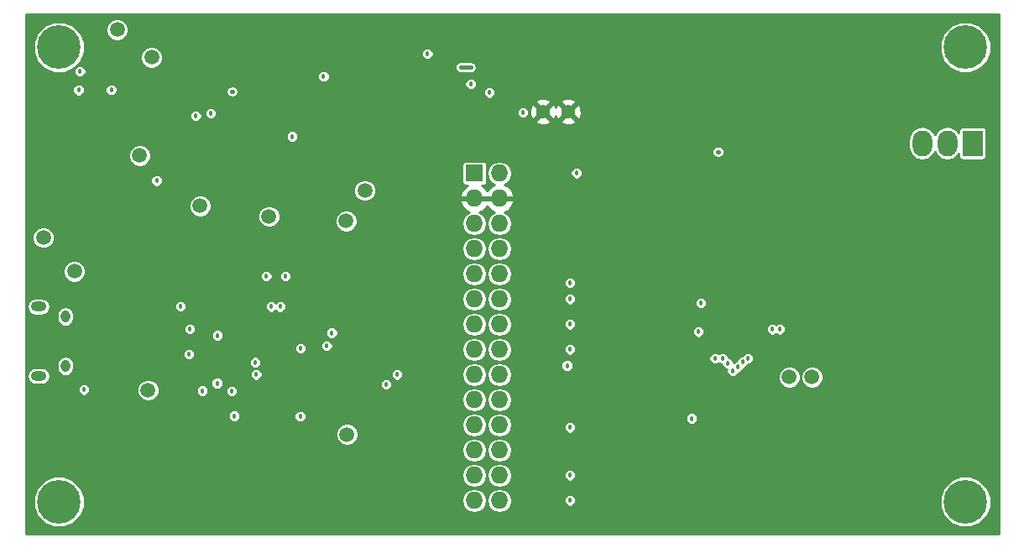
<source format=gbr>
G04 #@! TF.FileFunction,Copper,L2,Inr,Signal*
%FSLAX46Y46*%
G04 Gerber Fmt 4.6, Leading zero omitted, Abs format (unit mm)*
G04 Created by KiCad (PCBNEW 4.0.5+dfsg1-4~bpo8+1) date Sun Nov  3 08:51:25 2019*
%MOMM*%
%LPD*%
G01*
G04 APERTURE LIST*
%ADD10C,0.100000*%
%ADD11C,0.460000*%
%ADD12C,4.400000*%
%ADD13C,0.600000*%
%ADD14C,1.400000*%
%ADD15C,1.500000*%
%ADD16O,0.950000X1.250000*%
%ADD17O,1.550000X1.000000*%
%ADD18R,2.000000X2.600000*%
%ADD19O,2.000000X2.600000*%
%ADD20R,1.727200X1.727200*%
%ADD21O,1.727200X1.727200*%
%ADD22C,0.457200*%
%ADD23C,0.399999*%
%ADD24C,0.600000*%
%ADD25C,0.400000*%
%ADD26C,0.254000*%
G04 APERTURE END LIST*
D10*
D11*
X179908200Y-91033600D03*
X178511200Y-93395800D03*
X179298600Y-93395800D03*
X180086000Y-93395800D03*
X173939200Y-93395800D03*
X174701200Y-93395800D03*
X175463200Y-93395800D03*
X176225200Y-93395800D03*
X176987200Y-93395800D03*
X177749200Y-93395800D03*
X177749200Y-93395800D03*
X176987200Y-93395800D03*
X176225200Y-93395800D03*
X175463200Y-93395800D03*
X174701200Y-93395800D03*
X173939200Y-93395800D03*
X164719000Y-91059000D03*
X165481000Y-91059000D03*
X166243000Y-91059000D03*
X167005000Y-91059000D03*
X167767000Y-91059000D03*
X168529000Y-91059000D03*
X179146200Y-91033600D03*
X178384200Y-91033600D03*
X177622200Y-91033600D03*
X176860200Y-91033600D03*
X176098200Y-91033600D03*
X175336200Y-91033600D03*
X175336200Y-91033600D03*
X176098200Y-91033600D03*
X176860200Y-91033600D03*
X177622200Y-91033600D03*
X178384200Y-91033600D03*
X179146200Y-91033600D03*
X179146200Y-91033600D03*
X178384200Y-91033600D03*
X177622200Y-91033600D03*
X176860200Y-91033600D03*
X176098200Y-91033600D03*
X175336200Y-91033600D03*
X175336200Y-91033600D03*
X176098200Y-91033600D03*
X176860200Y-91033600D03*
X177622200Y-91033600D03*
X178384200Y-91033600D03*
X179146200Y-91033600D03*
X168783000Y-93319600D03*
X167995600Y-93319600D03*
X167208200Y-93319600D03*
X166420800Y-93319600D03*
X165633400Y-93319600D03*
X168529000Y-91059000D03*
X167767000Y-91059000D03*
X167005000Y-91059000D03*
X166243000Y-91059000D03*
X165481000Y-91059000D03*
X164592000Y-75996800D03*
X164592000Y-70840600D03*
X164668200Y-65506600D03*
X159791400Y-65684400D03*
X149834600Y-65684400D03*
X144678400Y-65684400D03*
X139344400Y-65684400D03*
X144780000Y-100507800D03*
X164846000Y-95656400D03*
X164947600Y-100736400D03*
X159816800Y-100736400D03*
X159969200Y-105257600D03*
X154940000Y-105308400D03*
X149961600Y-105435400D03*
X144932400Y-105486200D03*
X139700000Y-105537000D03*
X125374400Y-111302800D03*
X120192800Y-111328200D03*
X115112800Y-111277400D03*
X110032800Y-111379000D03*
X104978200Y-110591600D03*
X99999800Y-110718600D03*
X100050600Y-105689400D03*
X84963000Y-105689400D03*
X94894400Y-105740200D03*
X90093800Y-105791000D03*
X120015000Y-90449400D03*
X115189000Y-90627200D03*
X90093800Y-80619600D03*
X135204200Y-85521800D03*
X125222000Y-85750400D03*
X115036600Y-85826600D03*
X119964200Y-85801200D03*
X125222000Y-80797400D03*
X120040400Y-80797400D03*
X125145800Y-75895200D03*
X120040400Y-75869800D03*
X115062000Y-75819000D03*
X125145800Y-70637400D03*
X120065800Y-70713600D03*
X115087400Y-70739000D03*
X109931200Y-70764400D03*
X120040400Y-65786000D03*
X115087400Y-65786000D03*
X105079800Y-65735200D03*
X100076000Y-65786000D03*
X149225000Y-76073000D03*
X156286200Y-93980000D03*
X155651200Y-93980000D03*
X155016200Y-93980000D03*
X154381200Y-93980000D03*
X153746200Y-93980000D03*
X156286200Y-93345000D03*
X155651200Y-93345000D03*
X155016200Y-93345000D03*
X154381200Y-93345000D03*
X153746200Y-93345000D03*
X156286200Y-92710000D03*
X155651200Y-92710000D03*
X155016200Y-92710000D03*
X154381200Y-92710000D03*
X153746200Y-92710000D03*
X156286200Y-92075000D03*
X155651200Y-92075000D03*
X155016200Y-92075000D03*
X154381200Y-92075000D03*
X153746200Y-92075000D03*
X156286200Y-91440000D03*
X155651200Y-91440000D03*
X155016200Y-91440000D03*
X154381200Y-91440000D03*
X153746200Y-91440000D03*
X158496000Y-91186000D03*
X146939000Y-76835000D03*
X144907000Y-76708000D03*
D12*
X177800000Y-64770000D03*
D13*
X179450000Y-64770000D03*
X178966726Y-65936726D03*
X177800000Y-66420000D03*
X176633274Y-65936726D03*
X176150000Y-64770000D03*
X176633274Y-63603274D03*
X177800000Y-63120000D03*
X178966726Y-63603274D03*
D12*
X177800000Y-110617000D03*
D13*
X179450000Y-110617000D03*
X178966726Y-111783726D03*
X177800000Y-112267000D03*
X176633274Y-111783726D03*
X176150000Y-110617000D03*
X176633274Y-109450274D03*
X177800000Y-108967000D03*
X178966726Y-109450274D03*
D12*
X86360000Y-110617000D03*
D13*
X88010000Y-110617000D03*
X87526726Y-111783726D03*
X86360000Y-112267000D03*
X85193274Y-111783726D03*
X84710000Y-110617000D03*
X85193274Y-109450274D03*
X86360000Y-108967000D03*
X87526726Y-109450274D03*
D11*
X160274000Y-93091000D03*
X162179000Y-93345000D03*
X162814000Y-93345000D03*
X163449000Y-93345000D03*
X164084000Y-93345000D03*
X164846000Y-93319600D03*
X159258000Y-91186000D03*
X160020000Y-91186000D03*
X160655000Y-91186000D03*
X161290000Y-91186000D03*
X161925000Y-91186000D03*
X162687000Y-91186000D03*
X163449000Y-91186000D03*
X164084000Y-91186000D03*
X164719000Y-91059000D03*
X154051000Y-88900000D03*
X153924000Y-88265000D03*
X153797000Y-87757000D03*
X153797000Y-87122000D03*
X153797000Y-86487000D03*
X153797000Y-85725000D03*
X153797000Y-84836000D03*
X153797000Y-84074000D03*
X153670000Y-79248000D03*
X153670000Y-78613000D03*
X153670000Y-77978000D03*
X153670000Y-77216000D03*
X153670000Y-76581000D03*
X153797000Y-75946000D03*
X153924000Y-75311000D03*
X154051000Y-74676000D03*
X154432000Y-74168000D03*
X154813000Y-73787000D03*
X155194000Y-73406000D03*
X155702000Y-73152000D03*
X156337000Y-72898000D03*
X156972000Y-72898000D03*
X157607000Y-73025000D03*
X158242000Y-73279000D03*
X158750000Y-73660000D03*
X159131000Y-74168000D03*
X159512000Y-74676000D03*
X159766000Y-75311000D03*
X159893000Y-75946000D03*
X159893000Y-76581000D03*
X159766000Y-77216000D03*
X159766000Y-77851000D03*
X159639000Y-78486000D03*
X159512000Y-79121000D03*
X159512000Y-79756000D03*
X159385000Y-80391000D03*
X159385000Y-81026000D03*
X159258000Y-81661000D03*
X159131000Y-82296000D03*
X159004000Y-82931000D03*
X158877000Y-83566000D03*
X158750000Y-84201000D03*
X158623000Y-84709000D03*
X158369000Y-85217000D03*
X158115000Y-85725000D03*
X157861000Y-86233000D03*
X157480000Y-86741000D03*
X157226000Y-87249000D03*
X156972000Y-87884000D03*
X156718000Y-88519000D03*
X156591000Y-89154000D03*
X155702000Y-79502000D03*
X155829000Y-78867000D03*
X155829000Y-78232000D03*
X155829000Y-77470000D03*
X155829000Y-76835000D03*
X155829000Y-76327000D03*
X155956000Y-75692000D03*
X156210000Y-75184000D03*
X156845000Y-74930000D03*
X157353000Y-75184000D03*
X157734000Y-75692000D03*
X157861000Y-76327000D03*
X157861000Y-76962000D03*
X157734000Y-77597000D03*
X157607000Y-78232000D03*
X157607000Y-78994000D03*
X157480000Y-79756000D03*
X157353000Y-80518000D03*
X157226000Y-81153000D03*
X157226000Y-81915000D03*
X157099000Y-82677000D03*
X156972000Y-83312000D03*
X156718000Y-83947000D03*
X156514800Y-84531200D03*
X156210000Y-85090000D03*
X155905200Y-85623400D03*
D14*
X135178800Y-71259700D03*
X137718800Y-71259700D03*
D15*
X95351600Y-99364800D03*
X95707200Y-65786000D03*
X84785200Y-83972400D03*
X92252800Y-62992000D03*
X87934800Y-87376000D03*
X100584000Y-80772000D03*
X117221000Y-79222600D03*
X115316000Y-82296000D03*
X107543600Y-81838800D03*
X115417600Y-103835200D03*
X94488000Y-75692000D03*
D16*
X86995000Y-96937200D03*
X86995000Y-91937200D03*
D17*
X84295000Y-90937200D03*
X84295000Y-97937200D03*
D18*
X178511200Y-74447400D03*
D19*
X175971200Y-74447400D03*
X173431200Y-74447400D03*
D15*
X162306000Y-98044000D03*
X160020000Y-98044000D03*
D12*
X86360000Y-64770000D03*
D13*
X88010000Y-64770000D03*
X87526726Y-65936726D03*
X86360000Y-66420000D03*
X85193274Y-65936726D03*
X84710000Y-64770000D03*
X85193274Y-63603274D03*
X86360000Y-63120000D03*
X87526726Y-63603274D03*
D20*
X128270000Y-77470000D03*
D21*
X130810000Y-77470000D03*
X128270000Y-80010000D03*
X130810000Y-80010000D03*
X128270000Y-82550000D03*
X130810000Y-82550000D03*
X128270000Y-85090000D03*
X130810000Y-85090000D03*
X128270000Y-87630000D03*
X130810000Y-87630000D03*
X128270000Y-90170000D03*
X130810000Y-90170000D03*
X128270000Y-92710000D03*
X130810000Y-92710000D03*
X128270000Y-95250000D03*
X130810000Y-95250000D03*
X128270000Y-97790000D03*
X130810000Y-97790000D03*
X128270000Y-100330000D03*
X130810000Y-100330000D03*
X128270000Y-102870000D03*
X130810000Y-102870000D03*
X128270000Y-105410000D03*
X130810000Y-105410000D03*
X128270000Y-107950000D03*
X130810000Y-107950000D03*
X128270000Y-110490000D03*
X130810000Y-110490000D03*
D22*
X127889000Y-68453000D03*
X133172200Y-71335900D03*
X178358800Y-85242400D03*
X108635800Y-67792600D03*
X145059400Y-91084400D03*
X140716000Y-94437200D03*
X94488000Y-101447600D03*
X119380000Y-97688400D03*
X117703600Y-102108000D03*
X122072400Y-101142800D03*
X113436400Y-91643200D03*
X111099600Y-97637600D03*
X106781600Y-101600000D03*
X101752400Y-98145600D03*
X98907600Y-97383600D03*
X101803200Y-95656400D03*
X101854000Y-93218000D03*
X100736400Y-90678000D03*
X109270800Y-90271600D03*
X112522000Y-87020400D03*
X111150400Y-87020400D03*
X107391200Y-70256400D03*
X101549200Y-68630800D03*
X100076000Y-67462400D03*
X96469200Y-72847200D03*
X96469200Y-71678800D03*
X96469200Y-70307200D03*
X93319600Y-67106800D03*
X88341200Y-70358000D03*
X88087200Y-71577200D03*
X88138000Y-71577200D03*
X84836000Y-69138800D03*
X92811600Y-81991200D03*
X91694000Y-84836000D03*
X98298000Y-87223600D03*
X85547200Y-95707200D03*
X86156800Y-88849200D03*
X91795600Y-91135200D03*
X89966800Y-94030800D03*
X97688400Y-92659200D03*
X97485200Y-90881200D03*
X97637600Y-96672400D03*
X115468400Y-96621600D03*
X115468400Y-94132400D03*
X102412800Y-87934800D03*
X109220000Y-86664800D03*
X98348800Y-95707200D03*
X107289600Y-86715600D03*
X110693200Y-103073200D03*
X103987600Y-103073200D03*
X132715000Y-80111600D03*
X133223000Y-75031600D03*
X162433000Y-94742000D03*
X162306000Y-69088000D03*
X162179000Y-67056000D03*
X133223000Y-68707000D03*
X157353000Y-98552000D03*
X175971200Y-85242400D03*
X156464000Y-65405000D03*
X148971000Y-94488000D03*
X148844000Y-91694000D03*
X150241000Y-87503000D03*
X150241000Y-89281000D03*
X159893000Y-89027000D03*
X159893000Y-90297000D03*
X127889000Y-65024000D03*
X128143000Y-74549000D03*
X129794000Y-69342000D03*
X151130000Y-90551000D03*
X138557000Y-77470000D03*
X150876000Y-93472000D03*
X137617200Y-96875600D03*
X110744000Y-95148400D03*
X113385600Y-94894400D03*
X108661200Y-90932000D03*
X102311200Y-98653600D03*
X103784400Y-99466400D03*
X100838000Y-99415600D03*
X102362000Y-93827600D03*
X137922000Y-103124000D03*
X152527000Y-96139000D03*
X137922000Y-110490000D03*
X153797000Y-96647000D03*
X137922000Y-95250000D03*
X154305000Y-97409000D03*
X137922000Y-92710000D03*
X154813000Y-97028000D03*
X137922000Y-90170000D03*
X155321000Y-96520000D03*
X155829000Y-96139000D03*
X137922000Y-88519000D03*
X106172000Y-96545400D03*
X153289000Y-96139000D03*
X137922000Y-107950000D03*
X123545600Y-65430400D03*
X113055400Y-67716400D03*
X88900000Y-99314000D03*
X119380000Y-98755200D03*
X96215200Y-78232000D03*
X109880400Y-73761600D03*
X100177600Y-71678800D03*
X101650800Y-71424800D03*
X91643200Y-69037200D03*
X88493600Y-67208400D03*
X88341200Y-69088000D03*
X99568000Y-93167200D03*
X98602800Y-90881200D03*
X113893600Y-93573600D03*
X109220000Y-87833200D03*
X99466400Y-95707200D03*
X107289600Y-87833200D03*
X110693200Y-102006400D03*
X104038400Y-101955600D03*
X106273600Y-97790000D03*
X107746800Y-90932000D03*
X120446800Y-97790000D03*
X158292800Y-93218000D03*
X159054800Y-93218000D03*
X150164800Y-102209600D03*
D23*
X126873000Y-66802000D02*
X127889000Y-66802000D01*
X152781000Y-75311000D02*
X152908000Y-75311000D01*
X103809800Y-69240400D02*
X103860600Y-69240400D01*
D24*
X93319600Y-67106800D02*
X93472000Y-67259200D01*
X93472000Y-67259200D02*
X93319600Y-67106800D01*
X88087200Y-71577200D02*
X88138000Y-71577200D01*
D25*
X98298000Y-87223600D02*
X98348800Y-87274400D01*
X98348800Y-87274400D02*
X98298000Y-87223600D01*
D23*
X132715000Y-80111600D02*
X132715000Y-80010000D01*
D26*
G36*
X181154000Y-113844000D02*
X83006000Y-113844000D01*
X83006000Y-111128140D01*
X83778553Y-111128140D01*
X84170659Y-112077109D01*
X84896072Y-112803790D01*
X85844355Y-113197551D01*
X86871140Y-113198447D01*
X87820109Y-112806341D01*
X88546790Y-112080928D01*
X88940551Y-111132645D01*
X88941111Y-110490000D01*
X127001017Y-110490000D01*
X127095757Y-110966288D01*
X127365552Y-111370065D01*
X127769329Y-111639860D01*
X128245617Y-111734600D01*
X128294383Y-111734600D01*
X128770671Y-111639860D01*
X129174448Y-111370065D01*
X129444243Y-110966288D01*
X129538983Y-110490000D01*
X129541017Y-110490000D01*
X129635757Y-110966288D01*
X129905552Y-111370065D01*
X130309329Y-111639860D01*
X130785617Y-111734600D01*
X130834383Y-111734600D01*
X131310671Y-111639860D01*
X131714448Y-111370065D01*
X131876097Y-111128140D01*
X175218553Y-111128140D01*
X175610659Y-112077109D01*
X176336072Y-112803790D01*
X177284355Y-113197551D01*
X178311140Y-113198447D01*
X179260109Y-112806341D01*
X179986790Y-112080928D01*
X180380551Y-111132645D01*
X180381447Y-110105860D01*
X179989341Y-109156891D01*
X179263928Y-108430210D01*
X178315645Y-108036449D01*
X177288860Y-108035553D01*
X176339891Y-108427659D01*
X175613210Y-109153072D01*
X175219449Y-110101355D01*
X175218553Y-111128140D01*
X131876097Y-111128140D01*
X131984243Y-110966288D01*
X132054969Y-110610725D01*
X137312294Y-110610725D01*
X137404905Y-110834860D01*
X137576238Y-111006493D01*
X137800211Y-111099494D01*
X138042725Y-111099706D01*
X138266860Y-111007095D01*
X138438493Y-110835762D01*
X138531494Y-110611789D01*
X138531706Y-110369275D01*
X138439095Y-110145140D01*
X138267762Y-109973507D01*
X138043789Y-109880506D01*
X137801275Y-109880294D01*
X137577140Y-109972905D01*
X137405507Y-110144238D01*
X137312506Y-110368211D01*
X137312294Y-110610725D01*
X132054969Y-110610725D01*
X132078983Y-110490000D01*
X131984243Y-110013712D01*
X131714448Y-109609935D01*
X131310671Y-109340140D01*
X130834383Y-109245400D01*
X130785617Y-109245400D01*
X130309329Y-109340140D01*
X129905552Y-109609935D01*
X129635757Y-110013712D01*
X129541017Y-110490000D01*
X129538983Y-110490000D01*
X129444243Y-110013712D01*
X129174448Y-109609935D01*
X128770671Y-109340140D01*
X128294383Y-109245400D01*
X128245617Y-109245400D01*
X127769329Y-109340140D01*
X127365552Y-109609935D01*
X127095757Y-110013712D01*
X127001017Y-110490000D01*
X88941111Y-110490000D01*
X88941447Y-110105860D01*
X88549341Y-109156891D01*
X87823928Y-108430210D01*
X86875645Y-108036449D01*
X85848860Y-108035553D01*
X84899891Y-108427659D01*
X84173210Y-109153072D01*
X83779449Y-110101355D01*
X83778553Y-111128140D01*
X83006000Y-111128140D01*
X83006000Y-107950000D01*
X127001017Y-107950000D01*
X127095757Y-108426288D01*
X127365552Y-108830065D01*
X127769329Y-109099860D01*
X128245617Y-109194600D01*
X128294383Y-109194600D01*
X128770671Y-109099860D01*
X129174448Y-108830065D01*
X129444243Y-108426288D01*
X129538983Y-107950000D01*
X129541017Y-107950000D01*
X129635757Y-108426288D01*
X129905552Y-108830065D01*
X130309329Y-109099860D01*
X130785617Y-109194600D01*
X130834383Y-109194600D01*
X131310671Y-109099860D01*
X131714448Y-108830065D01*
X131984243Y-108426288D01*
X132054969Y-108070725D01*
X137312294Y-108070725D01*
X137404905Y-108294860D01*
X137576238Y-108466493D01*
X137800211Y-108559494D01*
X138042725Y-108559706D01*
X138266860Y-108467095D01*
X138438493Y-108295762D01*
X138531494Y-108071789D01*
X138531706Y-107829275D01*
X138439095Y-107605140D01*
X138267762Y-107433507D01*
X138043789Y-107340506D01*
X137801275Y-107340294D01*
X137577140Y-107432905D01*
X137405507Y-107604238D01*
X137312506Y-107828211D01*
X137312294Y-108070725D01*
X132054969Y-108070725D01*
X132078983Y-107950000D01*
X131984243Y-107473712D01*
X131714448Y-107069935D01*
X131310671Y-106800140D01*
X130834383Y-106705400D01*
X130785617Y-106705400D01*
X130309329Y-106800140D01*
X129905552Y-107069935D01*
X129635757Y-107473712D01*
X129541017Y-107950000D01*
X129538983Y-107950000D01*
X129444243Y-107473712D01*
X129174448Y-107069935D01*
X128770671Y-106800140D01*
X128294383Y-106705400D01*
X128245617Y-106705400D01*
X127769329Y-106800140D01*
X127365552Y-107069935D01*
X127095757Y-107473712D01*
X127001017Y-107950000D01*
X83006000Y-107950000D01*
X83006000Y-105410000D01*
X127001017Y-105410000D01*
X127095757Y-105886288D01*
X127365552Y-106290065D01*
X127769329Y-106559860D01*
X128245617Y-106654600D01*
X128294383Y-106654600D01*
X128770671Y-106559860D01*
X129174448Y-106290065D01*
X129444243Y-105886288D01*
X129538983Y-105410000D01*
X129541017Y-105410000D01*
X129635757Y-105886288D01*
X129905552Y-106290065D01*
X130309329Y-106559860D01*
X130785617Y-106654600D01*
X130834383Y-106654600D01*
X131310671Y-106559860D01*
X131714448Y-106290065D01*
X131984243Y-105886288D01*
X132078983Y-105410000D01*
X131984243Y-104933712D01*
X131714448Y-104529935D01*
X131310671Y-104260140D01*
X130834383Y-104165400D01*
X130785617Y-104165400D01*
X130309329Y-104260140D01*
X129905552Y-104529935D01*
X129635757Y-104933712D01*
X129541017Y-105410000D01*
X129538983Y-105410000D01*
X129444243Y-104933712D01*
X129174448Y-104529935D01*
X128770671Y-104260140D01*
X128294383Y-104165400D01*
X128245617Y-104165400D01*
X127769329Y-104260140D01*
X127365552Y-104529935D01*
X127095757Y-104933712D01*
X127001017Y-105410000D01*
X83006000Y-105410000D01*
X83006000Y-104059183D01*
X114286404Y-104059183D01*
X114458225Y-104475023D01*
X114776103Y-104793456D01*
X115191643Y-104966004D01*
X115641583Y-104966396D01*
X116057423Y-104794575D01*
X116375856Y-104476697D01*
X116548404Y-104061157D01*
X116548796Y-103611217D01*
X116376975Y-103195377D01*
X116059097Y-102876944D01*
X116042375Y-102870000D01*
X127001017Y-102870000D01*
X127095757Y-103346288D01*
X127365552Y-103750065D01*
X127769329Y-104019860D01*
X128245617Y-104114600D01*
X128294383Y-104114600D01*
X128770671Y-104019860D01*
X129174448Y-103750065D01*
X129444243Y-103346288D01*
X129538983Y-102870000D01*
X129541017Y-102870000D01*
X129635757Y-103346288D01*
X129905552Y-103750065D01*
X130309329Y-104019860D01*
X130785617Y-104114600D01*
X130834383Y-104114600D01*
X131310671Y-104019860D01*
X131714448Y-103750065D01*
X131984243Y-103346288D01*
X132004445Y-103244725D01*
X137312294Y-103244725D01*
X137404905Y-103468860D01*
X137576238Y-103640493D01*
X137800211Y-103733494D01*
X138042725Y-103733706D01*
X138266860Y-103641095D01*
X138438493Y-103469762D01*
X138531494Y-103245789D01*
X138531706Y-103003275D01*
X138439095Y-102779140D01*
X138267762Y-102607507D01*
X138043789Y-102514506D01*
X137801275Y-102514294D01*
X137577140Y-102606905D01*
X137405507Y-102778238D01*
X137312506Y-103002211D01*
X137312294Y-103244725D01*
X132004445Y-103244725D01*
X132078983Y-102870000D01*
X131984243Y-102393712D01*
X131941890Y-102330325D01*
X149555094Y-102330325D01*
X149647705Y-102554460D01*
X149819038Y-102726093D01*
X150043011Y-102819094D01*
X150285525Y-102819306D01*
X150509660Y-102726695D01*
X150681293Y-102555362D01*
X150774294Y-102331389D01*
X150774506Y-102088875D01*
X150681895Y-101864740D01*
X150510562Y-101693107D01*
X150286589Y-101600106D01*
X150044075Y-101599894D01*
X149819940Y-101692505D01*
X149648307Y-101863838D01*
X149555306Y-102087811D01*
X149555094Y-102330325D01*
X131941890Y-102330325D01*
X131714448Y-101989935D01*
X131310671Y-101720140D01*
X130834383Y-101625400D01*
X130785617Y-101625400D01*
X130309329Y-101720140D01*
X129905552Y-101989935D01*
X129635757Y-102393712D01*
X129541017Y-102870000D01*
X129538983Y-102870000D01*
X129444243Y-102393712D01*
X129174448Y-101989935D01*
X128770671Y-101720140D01*
X128294383Y-101625400D01*
X128245617Y-101625400D01*
X127769329Y-101720140D01*
X127365552Y-101989935D01*
X127095757Y-102393712D01*
X127001017Y-102870000D01*
X116042375Y-102870000D01*
X115643557Y-102704396D01*
X115193617Y-102704004D01*
X114777777Y-102875825D01*
X114459344Y-103193703D01*
X114286796Y-103609243D01*
X114286404Y-104059183D01*
X83006000Y-104059183D01*
X83006000Y-102076325D01*
X103428694Y-102076325D01*
X103521305Y-102300460D01*
X103692638Y-102472093D01*
X103916611Y-102565094D01*
X104159125Y-102565306D01*
X104383260Y-102472695D01*
X104554893Y-102301362D01*
X104627241Y-102127125D01*
X110083494Y-102127125D01*
X110176105Y-102351260D01*
X110347438Y-102522893D01*
X110571411Y-102615894D01*
X110813925Y-102616106D01*
X111038060Y-102523495D01*
X111209693Y-102352162D01*
X111302694Y-102128189D01*
X111302906Y-101885675D01*
X111210295Y-101661540D01*
X111038962Y-101489907D01*
X110814989Y-101396906D01*
X110572475Y-101396694D01*
X110348340Y-101489305D01*
X110176707Y-101660638D01*
X110083706Y-101884611D01*
X110083494Y-102127125D01*
X104627241Y-102127125D01*
X104647894Y-102077389D01*
X104648106Y-101834875D01*
X104555495Y-101610740D01*
X104384162Y-101439107D01*
X104160189Y-101346106D01*
X103917675Y-101345894D01*
X103693540Y-101438505D01*
X103521907Y-101609838D01*
X103428906Y-101833811D01*
X103428694Y-102076325D01*
X83006000Y-102076325D01*
X83006000Y-99434725D01*
X88290294Y-99434725D01*
X88382905Y-99658860D01*
X88554238Y-99830493D01*
X88778211Y-99923494D01*
X89020725Y-99923706D01*
X89244860Y-99831095D01*
X89416493Y-99659762D01*
X89445965Y-99588783D01*
X94220404Y-99588783D01*
X94392225Y-100004623D01*
X94710103Y-100323056D01*
X95125643Y-100495604D01*
X95575583Y-100495996D01*
X95977325Y-100330000D01*
X127001017Y-100330000D01*
X127095757Y-100806288D01*
X127365552Y-101210065D01*
X127769329Y-101479860D01*
X128245617Y-101574600D01*
X128294383Y-101574600D01*
X128770671Y-101479860D01*
X129174448Y-101210065D01*
X129444243Y-100806288D01*
X129538983Y-100330000D01*
X129541017Y-100330000D01*
X129635757Y-100806288D01*
X129905552Y-101210065D01*
X130309329Y-101479860D01*
X130785617Y-101574600D01*
X130834383Y-101574600D01*
X131310671Y-101479860D01*
X131714448Y-101210065D01*
X131984243Y-100806288D01*
X132078983Y-100330000D01*
X131984243Y-99853712D01*
X131714448Y-99449935D01*
X131310671Y-99180140D01*
X130834383Y-99085400D01*
X130785617Y-99085400D01*
X130309329Y-99180140D01*
X129905552Y-99449935D01*
X129635757Y-99853712D01*
X129541017Y-100330000D01*
X129538983Y-100330000D01*
X129444243Y-99853712D01*
X129174448Y-99449935D01*
X128770671Y-99180140D01*
X128294383Y-99085400D01*
X128245617Y-99085400D01*
X127769329Y-99180140D01*
X127365552Y-99449935D01*
X127095757Y-99853712D01*
X127001017Y-100330000D01*
X95977325Y-100330000D01*
X95991423Y-100324175D01*
X96309856Y-100006297D01*
X96482404Y-99590757D01*
X96482451Y-99536325D01*
X100228294Y-99536325D01*
X100320905Y-99760460D01*
X100492238Y-99932093D01*
X100716211Y-100025094D01*
X100958725Y-100025306D01*
X101182860Y-99932695D01*
X101354493Y-99761362D01*
X101426841Y-99587125D01*
X103174694Y-99587125D01*
X103267305Y-99811260D01*
X103438638Y-99982893D01*
X103662611Y-100075894D01*
X103905125Y-100076106D01*
X104129260Y-99983495D01*
X104300893Y-99812162D01*
X104393894Y-99588189D01*
X104394106Y-99345675D01*
X104301495Y-99121540D01*
X104130162Y-98949907D01*
X103951993Y-98875925D01*
X118770294Y-98875925D01*
X118862905Y-99100060D01*
X119034238Y-99271693D01*
X119258211Y-99364694D01*
X119500725Y-99364906D01*
X119724860Y-99272295D01*
X119896493Y-99100962D01*
X119989494Y-98876989D01*
X119989706Y-98634475D01*
X119897095Y-98410340D01*
X119725762Y-98238707D01*
X119501789Y-98145706D01*
X119259275Y-98145494D01*
X119035140Y-98238105D01*
X118863507Y-98409438D01*
X118770506Y-98633411D01*
X118770294Y-98875925D01*
X103951993Y-98875925D01*
X103906189Y-98856906D01*
X103663675Y-98856694D01*
X103439540Y-98949305D01*
X103267907Y-99120638D01*
X103174906Y-99344611D01*
X103174694Y-99587125D01*
X101426841Y-99587125D01*
X101447494Y-99537389D01*
X101447706Y-99294875D01*
X101355095Y-99070740D01*
X101183762Y-98899107D01*
X100959789Y-98806106D01*
X100717275Y-98805894D01*
X100493140Y-98898505D01*
X100321507Y-99069838D01*
X100228506Y-99293811D01*
X100228294Y-99536325D01*
X96482451Y-99536325D01*
X96482796Y-99140817D01*
X96331366Y-98774325D01*
X101701494Y-98774325D01*
X101794105Y-98998460D01*
X101965438Y-99170093D01*
X102189411Y-99263094D01*
X102431925Y-99263306D01*
X102656060Y-99170695D01*
X102827693Y-98999362D01*
X102920694Y-98775389D01*
X102920906Y-98532875D01*
X102828295Y-98308740D01*
X102656962Y-98137107D01*
X102432989Y-98044106D01*
X102190475Y-98043894D01*
X101966340Y-98136505D01*
X101794707Y-98307838D01*
X101701706Y-98531811D01*
X101701494Y-98774325D01*
X96331366Y-98774325D01*
X96310975Y-98724977D01*
X95993097Y-98406544D01*
X95577557Y-98233996D01*
X95127617Y-98233604D01*
X94711777Y-98405425D01*
X94393344Y-98723303D01*
X94220796Y-99138843D01*
X94220404Y-99588783D01*
X89445965Y-99588783D01*
X89509494Y-99435789D01*
X89509706Y-99193275D01*
X89417095Y-98969140D01*
X89245762Y-98797507D01*
X89021789Y-98704506D01*
X88779275Y-98704294D01*
X88555140Y-98796905D01*
X88383507Y-98968238D01*
X88290506Y-99192211D01*
X88290294Y-99434725D01*
X83006000Y-99434725D01*
X83006000Y-97937200D01*
X83116353Y-97937200D01*
X83183415Y-98274344D01*
X83374392Y-98560161D01*
X83660209Y-98751138D01*
X83997353Y-98818200D01*
X84592647Y-98818200D01*
X84929791Y-98751138D01*
X85215608Y-98560161D01*
X85406585Y-98274344D01*
X85473647Y-97937200D01*
X85406585Y-97600056D01*
X85215608Y-97314239D01*
X84929791Y-97123262D01*
X84592647Y-97056200D01*
X83997353Y-97056200D01*
X83660209Y-97123262D01*
X83374392Y-97314239D01*
X83183415Y-97600056D01*
X83116353Y-97937200D01*
X83006000Y-97937200D01*
X83006000Y-96767491D01*
X86139000Y-96767491D01*
X86139000Y-97106909D01*
X86204159Y-97434486D01*
X86389717Y-97712192D01*
X86667423Y-97897750D01*
X86995000Y-97962909D01*
X87257347Y-97910725D01*
X105663894Y-97910725D01*
X105756505Y-98134860D01*
X105927838Y-98306493D01*
X106151811Y-98399494D01*
X106394325Y-98399706D01*
X106618460Y-98307095D01*
X106790093Y-98135762D01*
X106883094Y-97911789D01*
X106883094Y-97910725D01*
X119837094Y-97910725D01*
X119929705Y-98134860D01*
X120101038Y-98306493D01*
X120325011Y-98399494D01*
X120567525Y-98399706D01*
X120791660Y-98307095D01*
X120963293Y-98135762D01*
X121056294Y-97911789D01*
X121056400Y-97790000D01*
X127001017Y-97790000D01*
X127095757Y-98266288D01*
X127365552Y-98670065D01*
X127769329Y-98939860D01*
X128245617Y-99034600D01*
X128294383Y-99034600D01*
X128770671Y-98939860D01*
X129174448Y-98670065D01*
X129444243Y-98266288D01*
X129538983Y-97790000D01*
X129541017Y-97790000D01*
X129635757Y-98266288D01*
X129905552Y-98670065D01*
X130309329Y-98939860D01*
X130785617Y-99034600D01*
X130834383Y-99034600D01*
X131310671Y-98939860D01*
X131714448Y-98670065D01*
X131983110Y-98267983D01*
X158888804Y-98267983D01*
X159060625Y-98683823D01*
X159378503Y-99002256D01*
X159794043Y-99174804D01*
X160243983Y-99175196D01*
X160659823Y-99003375D01*
X160978256Y-98685497D01*
X161150804Y-98269957D01*
X161150805Y-98267983D01*
X161174804Y-98267983D01*
X161346625Y-98683823D01*
X161664503Y-99002256D01*
X162080043Y-99174804D01*
X162529983Y-99175196D01*
X162945823Y-99003375D01*
X163264256Y-98685497D01*
X163436804Y-98269957D01*
X163437196Y-97820017D01*
X163265375Y-97404177D01*
X162947497Y-97085744D01*
X162531957Y-96913196D01*
X162082017Y-96912804D01*
X161666177Y-97084625D01*
X161347744Y-97402503D01*
X161175196Y-97818043D01*
X161174804Y-98267983D01*
X161150805Y-98267983D01*
X161151196Y-97820017D01*
X160979375Y-97404177D01*
X160661497Y-97085744D01*
X160245957Y-96913196D01*
X159796017Y-96912804D01*
X159380177Y-97084625D01*
X159061744Y-97402503D01*
X158889196Y-97818043D01*
X158888804Y-98267983D01*
X131983110Y-98267983D01*
X131984243Y-98266288D01*
X132078983Y-97790000D01*
X131984243Y-97313712D01*
X131772172Y-96996325D01*
X137007494Y-96996325D01*
X137100105Y-97220460D01*
X137271438Y-97392093D01*
X137495411Y-97485094D01*
X137737925Y-97485306D01*
X137962060Y-97392695D01*
X138133693Y-97221362D01*
X138226694Y-96997389D01*
X138226906Y-96754875D01*
X138134295Y-96530740D01*
X137962962Y-96359107D01*
X137738989Y-96266106D01*
X137496475Y-96265894D01*
X137272340Y-96358505D01*
X137100707Y-96529838D01*
X137007706Y-96753811D01*
X137007494Y-96996325D01*
X131772172Y-96996325D01*
X131714448Y-96909935D01*
X131310671Y-96640140D01*
X130834383Y-96545400D01*
X130785617Y-96545400D01*
X130309329Y-96640140D01*
X129905552Y-96909935D01*
X129635757Y-97313712D01*
X129541017Y-97790000D01*
X129538983Y-97790000D01*
X129444243Y-97313712D01*
X129174448Y-96909935D01*
X128770671Y-96640140D01*
X128294383Y-96545400D01*
X128245617Y-96545400D01*
X127769329Y-96640140D01*
X127365552Y-96909935D01*
X127095757Y-97313712D01*
X127001017Y-97790000D01*
X121056400Y-97790000D01*
X121056506Y-97669275D01*
X120963895Y-97445140D01*
X120792562Y-97273507D01*
X120568589Y-97180506D01*
X120326075Y-97180294D01*
X120101940Y-97272905D01*
X119930307Y-97444238D01*
X119837306Y-97668211D01*
X119837094Y-97910725D01*
X106883094Y-97910725D01*
X106883306Y-97669275D01*
X106790695Y-97445140D01*
X106619362Y-97273507D01*
X106395389Y-97180506D01*
X106152875Y-97180294D01*
X105928740Y-97272905D01*
X105757107Y-97444238D01*
X105664106Y-97668211D01*
X105663894Y-97910725D01*
X87257347Y-97910725D01*
X87322577Y-97897750D01*
X87600283Y-97712192D01*
X87785841Y-97434486D01*
X87851000Y-97106909D01*
X87851000Y-96767491D01*
X87830838Y-96666125D01*
X105562294Y-96666125D01*
X105654905Y-96890260D01*
X105826238Y-97061893D01*
X106050211Y-97154894D01*
X106292725Y-97155106D01*
X106516860Y-97062495D01*
X106688493Y-96891162D01*
X106781494Y-96667189D01*
X106781706Y-96424675D01*
X106689095Y-96200540D01*
X106517762Y-96028907D01*
X106293789Y-95935906D01*
X106051275Y-95935694D01*
X105827140Y-96028305D01*
X105655507Y-96199638D01*
X105562506Y-96423611D01*
X105562294Y-96666125D01*
X87830838Y-96666125D01*
X87785841Y-96439914D01*
X87600283Y-96162208D01*
X87322577Y-95976650D01*
X86995000Y-95911491D01*
X86667423Y-95976650D01*
X86389717Y-96162208D01*
X86204159Y-96439914D01*
X86139000Y-96767491D01*
X83006000Y-96767491D01*
X83006000Y-95827925D01*
X98856694Y-95827925D01*
X98949305Y-96052060D01*
X99120638Y-96223693D01*
X99344611Y-96316694D01*
X99587125Y-96316906D01*
X99811260Y-96224295D01*
X99982893Y-96052962D01*
X100075894Y-95828989D01*
X100076106Y-95586475D01*
X99983495Y-95362340D01*
X99890443Y-95269125D01*
X110134294Y-95269125D01*
X110226905Y-95493260D01*
X110398238Y-95664893D01*
X110622211Y-95757894D01*
X110864725Y-95758106D01*
X111088860Y-95665495D01*
X111260493Y-95494162D01*
X111353494Y-95270189D01*
X111353706Y-95027675D01*
X111348521Y-95015125D01*
X112775894Y-95015125D01*
X112868505Y-95239260D01*
X113039838Y-95410893D01*
X113263811Y-95503894D01*
X113506325Y-95504106D01*
X113730460Y-95411495D01*
X113892237Y-95250000D01*
X127001017Y-95250000D01*
X127095757Y-95726288D01*
X127365552Y-96130065D01*
X127769329Y-96399860D01*
X128245617Y-96494600D01*
X128294383Y-96494600D01*
X128770671Y-96399860D01*
X129174448Y-96130065D01*
X129444243Y-95726288D01*
X129538983Y-95250000D01*
X129541017Y-95250000D01*
X129635757Y-95726288D01*
X129905552Y-96130065D01*
X130309329Y-96399860D01*
X130785617Y-96494600D01*
X130834383Y-96494600D01*
X131310671Y-96399860D01*
X131520397Y-96259725D01*
X151917294Y-96259725D01*
X152009905Y-96483860D01*
X152181238Y-96655493D01*
X152405211Y-96748494D01*
X152647725Y-96748706D01*
X152871860Y-96656095D01*
X152907912Y-96620106D01*
X152943238Y-96655493D01*
X153167211Y-96748494D01*
X153187311Y-96748512D01*
X153187294Y-96767725D01*
X153279905Y-96991860D01*
X153451238Y-97163493D01*
X153675211Y-97256494D01*
X153708249Y-97256523D01*
X153695506Y-97287211D01*
X153695294Y-97529725D01*
X153787905Y-97753860D01*
X153959238Y-97925493D01*
X154183211Y-98018494D01*
X154425725Y-98018706D01*
X154649860Y-97926095D01*
X154821493Y-97754762D01*
X154870122Y-97637650D01*
X154933725Y-97637706D01*
X155157860Y-97545095D01*
X155329493Y-97373762D01*
X155422494Y-97149789D01*
X155422512Y-97129689D01*
X155441725Y-97129706D01*
X155665860Y-97037095D01*
X155837493Y-96865762D01*
X155886122Y-96748650D01*
X155949725Y-96748706D01*
X156173860Y-96656095D01*
X156345493Y-96484762D01*
X156438494Y-96260789D01*
X156438706Y-96018275D01*
X156346095Y-95794140D01*
X156174762Y-95622507D01*
X155950789Y-95529506D01*
X155708275Y-95529294D01*
X155484140Y-95621905D01*
X155312507Y-95793238D01*
X155263878Y-95910350D01*
X155200275Y-95910294D01*
X154976140Y-96002905D01*
X154804507Y-96174238D01*
X154711506Y-96398211D01*
X154711488Y-96418311D01*
X154692275Y-96418294D01*
X154468140Y-96510905D01*
X154406666Y-96572272D01*
X154406706Y-96526275D01*
X154314095Y-96302140D01*
X154142762Y-96130507D01*
X153918789Y-96037506D01*
X153898689Y-96037488D01*
X153898706Y-96018275D01*
X153806095Y-95794140D01*
X153634762Y-95622507D01*
X153410789Y-95529506D01*
X153168275Y-95529294D01*
X152944140Y-95621905D01*
X152908088Y-95657894D01*
X152872762Y-95622507D01*
X152648789Y-95529506D01*
X152406275Y-95529294D01*
X152182140Y-95621905D01*
X152010507Y-95793238D01*
X151917506Y-96017211D01*
X151917294Y-96259725D01*
X131520397Y-96259725D01*
X131714448Y-96130065D01*
X131984243Y-95726288D01*
X132054969Y-95370725D01*
X137312294Y-95370725D01*
X137404905Y-95594860D01*
X137576238Y-95766493D01*
X137800211Y-95859494D01*
X138042725Y-95859706D01*
X138266860Y-95767095D01*
X138438493Y-95595762D01*
X138531494Y-95371789D01*
X138531706Y-95129275D01*
X138439095Y-94905140D01*
X138267762Y-94733507D01*
X138043789Y-94640506D01*
X137801275Y-94640294D01*
X137577140Y-94732905D01*
X137405507Y-94904238D01*
X137312506Y-95128211D01*
X137312294Y-95370725D01*
X132054969Y-95370725D01*
X132078983Y-95250000D01*
X131984243Y-94773712D01*
X131714448Y-94369935D01*
X131310671Y-94100140D01*
X130834383Y-94005400D01*
X130785617Y-94005400D01*
X130309329Y-94100140D01*
X129905552Y-94369935D01*
X129635757Y-94773712D01*
X129541017Y-95250000D01*
X129538983Y-95250000D01*
X129444243Y-94773712D01*
X129174448Y-94369935D01*
X128770671Y-94100140D01*
X128294383Y-94005400D01*
X128245617Y-94005400D01*
X127769329Y-94100140D01*
X127365552Y-94369935D01*
X127095757Y-94773712D01*
X127001017Y-95250000D01*
X113892237Y-95250000D01*
X113902093Y-95240162D01*
X113995094Y-95016189D01*
X113995306Y-94773675D01*
X113902695Y-94549540D01*
X113731362Y-94377907D01*
X113507389Y-94284906D01*
X113264875Y-94284694D01*
X113040740Y-94377305D01*
X112869107Y-94548638D01*
X112776106Y-94772611D01*
X112775894Y-95015125D01*
X111348521Y-95015125D01*
X111261095Y-94803540D01*
X111089762Y-94631907D01*
X110865789Y-94538906D01*
X110623275Y-94538694D01*
X110399140Y-94631305D01*
X110227507Y-94802638D01*
X110134506Y-95026611D01*
X110134294Y-95269125D01*
X99890443Y-95269125D01*
X99812162Y-95190707D01*
X99588189Y-95097706D01*
X99345675Y-95097494D01*
X99121540Y-95190105D01*
X98949907Y-95361438D01*
X98856906Y-95585411D01*
X98856694Y-95827925D01*
X83006000Y-95827925D01*
X83006000Y-93948325D01*
X101752294Y-93948325D01*
X101844905Y-94172460D01*
X102016238Y-94344093D01*
X102240211Y-94437094D01*
X102482725Y-94437306D01*
X102706860Y-94344695D01*
X102878493Y-94173362D01*
X102971494Y-93949389D01*
X102971706Y-93706875D01*
X102966521Y-93694325D01*
X113283894Y-93694325D01*
X113376505Y-93918460D01*
X113547838Y-94090093D01*
X113771811Y-94183094D01*
X114014325Y-94183306D01*
X114238460Y-94090695D01*
X114410093Y-93919362D01*
X114503094Y-93695389D01*
X114503306Y-93452875D01*
X114410695Y-93228740D01*
X114239362Y-93057107D01*
X114015389Y-92964106D01*
X113772875Y-92963894D01*
X113548740Y-93056505D01*
X113377107Y-93227838D01*
X113284106Y-93451811D01*
X113283894Y-93694325D01*
X102966521Y-93694325D01*
X102879095Y-93482740D01*
X102707762Y-93311107D01*
X102483789Y-93218106D01*
X102241275Y-93217894D01*
X102017140Y-93310505D01*
X101845507Y-93481838D01*
X101752506Y-93705811D01*
X101752294Y-93948325D01*
X83006000Y-93948325D01*
X83006000Y-93287925D01*
X98958294Y-93287925D01*
X99050905Y-93512060D01*
X99222238Y-93683693D01*
X99446211Y-93776694D01*
X99688725Y-93776906D01*
X99912860Y-93684295D01*
X100084493Y-93512962D01*
X100177494Y-93288989D01*
X100177706Y-93046475D01*
X100085095Y-92822340D01*
X99972952Y-92710000D01*
X127001017Y-92710000D01*
X127095757Y-93186288D01*
X127365552Y-93590065D01*
X127769329Y-93859860D01*
X128245617Y-93954600D01*
X128294383Y-93954600D01*
X128770671Y-93859860D01*
X129174448Y-93590065D01*
X129444243Y-93186288D01*
X129538983Y-92710000D01*
X129541017Y-92710000D01*
X129635757Y-93186288D01*
X129905552Y-93590065D01*
X130309329Y-93859860D01*
X130785617Y-93954600D01*
X130834383Y-93954600D01*
X131310671Y-93859860D01*
X131710467Y-93592725D01*
X150266294Y-93592725D01*
X150358905Y-93816860D01*
X150530238Y-93988493D01*
X150754211Y-94081494D01*
X150996725Y-94081706D01*
X151220860Y-93989095D01*
X151392493Y-93817762D01*
X151485494Y-93593789D01*
X151485706Y-93351275D01*
X151480521Y-93338725D01*
X157683094Y-93338725D01*
X157775705Y-93562860D01*
X157947038Y-93734493D01*
X158171011Y-93827494D01*
X158413525Y-93827706D01*
X158637660Y-93735095D01*
X158673712Y-93699106D01*
X158709038Y-93734493D01*
X158933011Y-93827494D01*
X159175525Y-93827706D01*
X159399660Y-93735095D01*
X159571293Y-93563762D01*
X159664294Y-93339789D01*
X159664506Y-93097275D01*
X159571895Y-92873140D01*
X159400562Y-92701507D01*
X159176589Y-92608506D01*
X158934075Y-92608294D01*
X158709940Y-92700905D01*
X158673888Y-92736894D01*
X158638562Y-92701507D01*
X158414589Y-92608506D01*
X158172075Y-92608294D01*
X157947940Y-92700905D01*
X157776307Y-92872238D01*
X157683306Y-93096211D01*
X157683094Y-93338725D01*
X151480521Y-93338725D01*
X151393095Y-93127140D01*
X151221762Y-92955507D01*
X150997789Y-92862506D01*
X150755275Y-92862294D01*
X150531140Y-92954905D01*
X150359507Y-93126238D01*
X150266506Y-93350211D01*
X150266294Y-93592725D01*
X131710467Y-93592725D01*
X131714448Y-93590065D01*
X131984243Y-93186288D01*
X132054969Y-92830725D01*
X137312294Y-92830725D01*
X137404905Y-93054860D01*
X137576238Y-93226493D01*
X137800211Y-93319494D01*
X138042725Y-93319706D01*
X138266860Y-93227095D01*
X138438493Y-93055762D01*
X138531494Y-92831789D01*
X138531706Y-92589275D01*
X138439095Y-92365140D01*
X138267762Y-92193507D01*
X138043789Y-92100506D01*
X137801275Y-92100294D01*
X137577140Y-92192905D01*
X137405507Y-92364238D01*
X137312506Y-92588211D01*
X137312294Y-92830725D01*
X132054969Y-92830725D01*
X132078983Y-92710000D01*
X131984243Y-92233712D01*
X131714448Y-91829935D01*
X131310671Y-91560140D01*
X130834383Y-91465400D01*
X130785617Y-91465400D01*
X130309329Y-91560140D01*
X129905552Y-91829935D01*
X129635757Y-92233712D01*
X129541017Y-92710000D01*
X129538983Y-92710000D01*
X129444243Y-92233712D01*
X129174448Y-91829935D01*
X128770671Y-91560140D01*
X128294383Y-91465400D01*
X128245617Y-91465400D01*
X127769329Y-91560140D01*
X127365552Y-91829935D01*
X127095757Y-92233712D01*
X127001017Y-92710000D01*
X99972952Y-92710000D01*
X99913762Y-92650707D01*
X99689789Y-92557706D01*
X99447275Y-92557494D01*
X99223140Y-92650105D01*
X99051507Y-92821438D01*
X98958506Y-93045411D01*
X98958294Y-93287925D01*
X83006000Y-93287925D01*
X83006000Y-90937200D01*
X83116353Y-90937200D01*
X83183415Y-91274344D01*
X83374392Y-91560161D01*
X83660209Y-91751138D01*
X83997353Y-91818200D01*
X84592647Y-91818200D01*
X84847578Y-91767491D01*
X86139000Y-91767491D01*
X86139000Y-92106909D01*
X86204159Y-92434486D01*
X86389717Y-92712192D01*
X86667423Y-92897750D01*
X86995000Y-92962909D01*
X87322577Y-92897750D01*
X87600283Y-92712192D01*
X87785841Y-92434486D01*
X87851000Y-92106909D01*
X87851000Y-91767491D01*
X87785841Y-91439914D01*
X87600283Y-91162208D01*
X87360404Y-91001925D01*
X97993094Y-91001925D01*
X98085705Y-91226060D01*
X98257038Y-91397693D01*
X98481011Y-91490694D01*
X98723525Y-91490906D01*
X98947660Y-91398295D01*
X99119293Y-91226962D01*
X99191641Y-91052725D01*
X107137094Y-91052725D01*
X107229705Y-91276860D01*
X107401038Y-91448493D01*
X107625011Y-91541494D01*
X107867525Y-91541706D01*
X108091660Y-91449095D01*
X108204046Y-91336906D01*
X108315438Y-91448493D01*
X108539411Y-91541494D01*
X108781925Y-91541706D01*
X109006060Y-91449095D01*
X109177693Y-91277762D01*
X109270694Y-91053789D01*
X109270906Y-90811275D01*
X109178295Y-90587140D01*
X109006962Y-90415507D01*
X108782989Y-90322506D01*
X108540475Y-90322294D01*
X108316340Y-90414905D01*
X108203954Y-90527094D01*
X108092562Y-90415507D01*
X107868589Y-90322506D01*
X107626075Y-90322294D01*
X107401940Y-90414905D01*
X107230307Y-90586238D01*
X107137306Y-90810211D01*
X107137094Y-91052725D01*
X99191641Y-91052725D01*
X99212294Y-91002989D01*
X99212506Y-90760475D01*
X99119895Y-90536340D01*
X98948562Y-90364707D01*
X98724589Y-90271706D01*
X98482075Y-90271494D01*
X98257940Y-90364105D01*
X98086307Y-90535438D01*
X97993306Y-90759411D01*
X97993094Y-91001925D01*
X87360404Y-91001925D01*
X87322577Y-90976650D01*
X86995000Y-90911491D01*
X86667423Y-90976650D01*
X86389717Y-91162208D01*
X86204159Y-91439914D01*
X86139000Y-91767491D01*
X84847578Y-91767491D01*
X84929791Y-91751138D01*
X85215608Y-91560161D01*
X85406585Y-91274344D01*
X85473647Y-90937200D01*
X85406585Y-90600056D01*
X85215608Y-90314239D01*
X84999740Y-90170000D01*
X127001017Y-90170000D01*
X127095757Y-90646288D01*
X127365552Y-91050065D01*
X127769329Y-91319860D01*
X128245617Y-91414600D01*
X128294383Y-91414600D01*
X128770671Y-91319860D01*
X129174448Y-91050065D01*
X129444243Y-90646288D01*
X129538983Y-90170000D01*
X129541017Y-90170000D01*
X129635757Y-90646288D01*
X129905552Y-91050065D01*
X130309329Y-91319860D01*
X130785617Y-91414600D01*
X130834383Y-91414600D01*
X131310671Y-91319860D01*
X131714448Y-91050065D01*
X131984243Y-90646288D01*
X132054969Y-90290725D01*
X137312294Y-90290725D01*
X137404905Y-90514860D01*
X137576238Y-90686493D01*
X137800211Y-90779494D01*
X138042725Y-90779706D01*
X138266860Y-90687095D01*
X138282256Y-90671725D01*
X150520294Y-90671725D01*
X150612905Y-90895860D01*
X150784238Y-91067493D01*
X151008211Y-91160494D01*
X151250725Y-91160706D01*
X151474860Y-91068095D01*
X151646493Y-90896762D01*
X151739494Y-90672789D01*
X151739706Y-90430275D01*
X151647095Y-90206140D01*
X151475762Y-90034507D01*
X151251789Y-89941506D01*
X151009275Y-89941294D01*
X150785140Y-90033905D01*
X150613507Y-90205238D01*
X150520506Y-90429211D01*
X150520294Y-90671725D01*
X138282256Y-90671725D01*
X138438493Y-90515762D01*
X138531494Y-90291789D01*
X138531706Y-90049275D01*
X138439095Y-89825140D01*
X138267762Y-89653507D01*
X138043789Y-89560506D01*
X137801275Y-89560294D01*
X137577140Y-89652905D01*
X137405507Y-89824238D01*
X137312506Y-90048211D01*
X137312294Y-90290725D01*
X132054969Y-90290725D01*
X132078983Y-90170000D01*
X131984243Y-89693712D01*
X131714448Y-89289935D01*
X131310671Y-89020140D01*
X130834383Y-88925400D01*
X130785617Y-88925400D01*
X130309329Y-89020140D01*
X129905552Y-89289935D01*
X129635757Y-89693712D01*
X129541017Y-90170000D01*
X129538983Y-90170000D01*
X129444243Y-89693712D01*
X129174448Y-89289935D01*
X128770671Y-89020140D01*
X128294383Y-88925400D01*
X128245617Y-88925400D01*
X127769329Y-89020140D01*
X127365552Y-89289935D01*
X127095757Y-89693712D01*
X127001017Y-90170000D01*
X84999740Y-90170000D01*
X84929791Y-90123262D01*
X84592647Y-90056200D01*
X83997353Y-90056200D01*
X83660209Y-90123262D01*
X83374392Y-90314239D01*
X83183415Y-90600056D01*
X83116353Y-90937200D01*
X83006000Y-90937200D01*
X83006000Y-87599983D01*
X86803604Y-87599983D01*
X86975425Y-88015823D01*
X87293303Y-88334256D01*
X87708843Y-88506804D01*
X88158783Y-88507196D01*
X88574623Y-88335375D01*
X88893056Y-88017497D01*
X88919453Y-87953925D01*
X106679894Y-87953925D01*
X106772505Y-88178060D01*
X106943838Y-88349693D01*
X107167811Y-88442694D01*
X107410325Y-88442906D01*
X107634460Y-88350295D01*
X107806093Y-88178962D01*
X107899094Y-87954989D01*
X107899094Y-87953925D01*
X108610294Y-87953925D01*
X108702905Y-88178060D01*
X108874238Y-88349693D01*
X109098211Y-88442694D01*
X109340725Y-88442906D01*
X109564860Y-88350295D01*
X109736493Y-88178962D01*
X109829494Y-87954989D01*
X109829706Y-87712475D01*
X109795628Y-87630000D01*
X127001017Y-87630000D01*
X127095757Y-88106288D01*
X127365552Y-88510065D01*
X127769329Y-88779860D01*
X128245617Y-88874600D01*
X128294383Y-88874600D01*
X128770671Y-88779860D01*
X129174448Y-88510065D01*
X129444243Y-88106288D01*
X129538983Y-87630000D01*
X129541017Y-87630000D01*
X129635757Y-88106288D01*
X129905552Y-88510065D01*
X130309329Y-88779860D01*
X130785617Y-88874600D01*
X130834383Y-88874600D01*
X131310671Y-88779860D01*
X131520397Y-88639725D01*
X137312294Y-88639725D01*
X137404905Y-88863860D01*
X137576238Y-89035493D01*
X137800211Y-89128494D01*
X138042725Y-89128706D01*
X138266860Y-89036095D01*
X138438493Y-88864762D01*
X138531494Y-88640789D01*
X138531706Y-88398275D01*
X138439095Y-88174140D01*
X138267762Y-88002507D01*
X138043789Y-87909506D01*
X137801275Y-87909294D01*
X137577140Y-88001905D01*
X137405507Y-88173238D01*
X137312506Y-88397211D01*
X137312294Y-88639725D01*
X131520397Y-88639725D01*
X131714448Y-88510065D01*
X131984243Y-88106288D01*
X132078983Y-87630000D01*
X131984243Y-87153712D01*
X131714448Y-86749935D01*
X131310671Y-86480140D01*
X130834383Y-86385400D01*
X130785617Y-86385400D01*
X130309329Y-86480140D01*
X129905552Y-86749935D01*
X129635757Y-87153712D01*
X129541017Y-87630000D01*
X129538983Y-87630000D01*
X129444243Y-87153712D01*
X129174448Y-86749935D01*
X128770671Y-86480140D01*
X128294383Y-86385400D01*
X128245617Y-86385400D01*
X127769329Y-86480140D01*
X127365552Y-86749935D01*
X127095757Y-87153712D01*
X127001017Y-87630000D01*
X109795628Y-87630000D01*
X109737095Y-87488340D01*
X109565762Y-87316707D01*
X109341789Y-87223706D01*
X109099275Y-87223494D01*
X108875140Y-87316105D01*
X108703507Y-87487438D01*
X108610506Y-87711411D01*
X108610294Y-87953925D01*
X107899094Y-87953925D01*
X107899306Y-87712475D01*
X107806695Y-87488340D01*
X107635362Y-87316707D01*
X107411389Y-87223706D01*
X107168875Y-87223494D01*
X106944740Y-87316105D01*
X106773107Y-87487438D01*
X106680106Y-87711411D01*
X106679894Y-87953925D01*
X88919453Y-87953925D01*
X89065604Y-87601957D01*
X89065996Y-87152017D01*
X88894175Y-86736177D01*
X88576297Y-86417744D01*
X88160757Y-86245196D01*
X87710817Y-86244804D01*
X87294977Y-86416625D01*
X86976544Y-86734503D01*
X86803996Y-87150043D01*
X86803604Y-87599983D01*
X83006000Y-87599983D01*
X83006000Y-84196383D01*
X83654004Y-84196383D01*
X83825825Y-84612223D01*
X84143703Y-84930656D01*
X84559243Y-85103204D01*
X85009183Y-85103596D01*
X85042087Y-85090000D01*
X127001017Y-85090000D01*
X127095757Y-85566288D01*
X127365552Y-85970065D01*
X127769329Y-86239860D01*
X128245617Y-86334600D01*
X128294383Y-86334600D01*
X128770671Y-86239860D01*
X129174448Y-85970065D01*
X129444243Y-85566288D01*
X129538983Y-85090000D01*
X129541017Y-85090000D01*
X129635757Y-85566288D01*
X129905552Y-85970065D01*
X130309329Y-86239860D01*
X130785617Y-86334600D01*
X130834383Y-86334600D01*
X131310671Y-86239860D01*
X131714448Y-85970065D01*
X131984243Y-85566288D01*
X132078983Y-85090000D01*
X131984243Y-84613712D01*
X131714448Y-84209935D01*
X131310671Y-83940140D01*
X130834383Y-83845400D01*
X130785617Y-83845400D01*
X130309329Y-83940140D01*
X129905552Y-84209935D01*
X129635757Y-84613712D01*
X129541017Y-85090000D01*
X129538983Y-85090000D01*
X129444243Y-84613712D01*
X129174448Y-84209935D01*
X128770671Y-83940140D01*
X128294383Y-83845400D01*
X128245617Y-83845400D01*
X127769329Y-83940140D01*
X127365552Y-84209935D01*
X127095757Y-84613712D01*
X127001017Y-85090000D01*
X85042087Y-85090000D01*
X85425023Y-84931775D01*
X85743456Y-84613897D01*
X85916004Y-84198357D01*
X85916396Y-83748417D01*
X85744575Y-83332577D01*
X85426697Y-83014144D01*
X85011157Y-82841596D01*
X84561217Y-82841204D01*
X84145377Y-83013025D01*
X83826944Y-83330903D01*
X83654396Y-83746443D01*
X83654004Y-84196383D01*
X83006000Y-84196383D01*
X83006000Y-82062783D01*
X106412404Y-82062783D01*
X106584225Y-82478623D01*
X106902103Y-82797056D01*
X107317643Y-82969604D01*
X107767583Y-82969996D01*
X108183423Y-82798175D01*
X108462100Y-82519983D01*
X114184804Y-82519983D01*
X114356625Y-82935823D01*
X114674503Y-83254256D01*
X115090043Y-83426804D01*
X115539983Y-83427196D01*
X115955823Y-83255375D01*
X116274256Y-82937497D01*
X116446804Y-82521957D01*
X116447196Y-82072017D01*
X116275375Y-81656177D01*
X115957497Y-81337744D01*
X115541957Y-81165196D01*
X115092017Y-81164804D01*
X114676177Y-81336625D01*
X114357744Y-81654503D01*
X114185196Y-82070043D01*
X114184804Y-82519983D01*
X108462100Y-82519983D01*
X108501856Y-82480297D01*
X108674404Y-82064757D01*
X108674796Y-81614817D01*
X108502975Y-81198977D01*
X108185097Y-80880544D01*
X107769557Y-80707996D01*
X107319617Y-80707604D01*
X106903777Y-80879425D01*
X106585344Y-81197303D01*
X106412796Y-81612843D01*
X106412404Y-82062783D01*
X83006000Y-82062783D01*
X83006000Y-80995983D01*
X99452804Y-80995983D01*
X99624625Y-81411823D01*
X99942503Y-81730256D01*
X100358043Y-81902804D01*
X100807983Y-81903196D01*
X101223823Y-81731375D01*
X101542256Y-81413497D01*
X101714804Y-80997957D01*
X101715196Y-80548017D01*
X101641239Y-80369026D01*
X126815042Y-80369026D01*
X126987312Y-80784947D01*
X127381510Y-81216821D01*
X127771662Y-81399676D01*
X127769329Y-81400140D01*
X127365552Y-81669935D01*
X127095757Y-82073712D01*
X127001017Y-82550000D01*
X127095757Y-83026288D01*
X127365552Y-83430065D01*
X127769329Y-83699860D01*
X128245617Y-83794600D01*
X128294383Y-83794600D01*
X128770671Y-83699860D01*
X129174448Y-83430065D01*
X129444243Y-83026288D01*
X129538983Y-82550000D01*
X129444243Y-82073712D01*
X129174448Y-81669935D01*
X128770671Y-81400140D01*
X128768338Y-81399676D01*
X129158490Y-81216821D01*
X129540000Y-80798848D01*
X129921510Y-81216821D01*
X130311662Y-81399676D01*
X130309329Y-81400140D01*
X129905552Y-81669935D01*
X129635757Y-82073712D01*
X129541017Y-82550000D01*
X129635757Y-83026288D01*
X129905552Y-83430065D01*
X130309329Y-83699860D01*
X130785617Y-83794600D01*
X130834383Y-83794600D01*
X131310671Y-83699860D01*
X131714448Y-83430065D01*
X131984243Y-83026288D01*
X132078983Y-82550000D01*
X131984243Y-82073712D01*
X131714448Y-81669935D01*
X131310671Y-81400140D01*
X131308338Y-81399676D01*
X131698490Y-81216821D01*
X132092688Y-80784947D01*
X132264958Y-80369026D01*
X132143817Y-80137000D01*
X130937000Y-80137000D01*
X130937000Y-80157000D01*
X130683000Y-80157000D01*
X130683000Y-80137000D01*
X128397000Y-80137000D01*
X128397000Y-80157000D01*
X128143000Y-80157000D01*
X128143000Y-80137000D01*
X126936183Y-80137000D01*
X126815042Y-80369026D01*
X101641239Y-80369026D01*
X101543375Y-80132177D01*
X101225497Y-79813744D01*
X100809957Y-79641196D01*
X100360017Y-79640804D01*
X99944177Y-79812625D01*
X99625744Y-80130503D01*
X99453196Y-80546043D01*
X99452804Y-80995983D01*
X83006000Y-80995983D01*
X83006000Y-79446583D01*
X116089804Y-79446583D01*
X116261625Y-79862423D01*
X116579503Y-80180856D01*
X116995043Y-80353404D01*
X117444983Y-80353796D01*
X117860823Y-80181975D01*
X118179256Y-79864097D01*
X118267752Y-79650974D01*
X126815042Y-79650974D01*
X126936183Y-79883000D01*
X128143000Y-79883000D01*
X128143000Y-79863000D01*
X128397000Y-79863000D01*
X128397000Y-79883000D01*
X130683000Y-79883000D01*
X130683000Y-79863000D01*
X130937000Y-79863000D01*
X130937000Y-79883000D01*
X132143817Y-79883000D01*
X132264958Y-79650974D01*
X132092688Y-79235053D01*
X131698490Y-78803179D01*
X131308338Y-78620324D01*
X131310671Y-78619860D01*
X131714448Y-78350065D01*
X131984243Y-77946288D01*
X132054969Y-77590725D01*
X137947294Y-77590725D01*
X138039905Y-77814860D01*
X138211238Y-77986493D01*
X138435211Y-78079494D01*
X138677725Y-78079706D01*
X138901860Y-77987095D01*
X139073493Y-77815762D01*
X139166494Y-77591789D01*
X139166706Y-77349275D01*
X139074095Y-77125140D01*
X138902762Y-76953507D01*
X138678789Y-76860506D01*
X138436275Y-76860294D01*
X138212140Y-76952905D01*
X138040507Y-77124238D01*
X137947506Y-77348211D01*
X137947294Y-77590725D01*
X132054969Y-77590725D01*
X132078983Y-77470000D01*
X131984243Y-76993712D01*
X131714448Y-76589935D01*
X131310671Y-76320140D01*
X130834383Y-76225400D01*
X130785617Y-76225400D01*
X130309329Y-76320140D01*
X129905552Y-76589935D01*
X129635757Y-76993712D01*
X129541017Y-77470000D01*
X129635757Y-77946288D01*
X129905552Y-78350065D01*
X130309329Y-78619860D01*
X130311662Y-78620324D01*
X129921510Y-78803179D01*
X129540000Y-79221152D01*
X129158490Y-78803179D01*
X128985418Y-78722064D01*
X129133600Y-78722064D01*
X129274790Y-78695497D01*
X129404465Y-78612054D01*
X129491459Y-78484734D01*
X129522064Y-78333600D01*
X129522064Y-76606400D01*
X129495497Y-76465210D01*
X129412054Y-76335535D01*
X129284734Y-76248541D01*
X129133600Y-76217936D01*
X127406400Y-76217936D01*
X127265210Y-76244503D01*
X127135535Y-76327946D01*
X127048541Y-76455266D01*
X127017936Y-76606400D01*
X127017936Y-78333600D01*
X127044503Y-78474790D01*
X127127946Y-78604465D01*
X127255266Y-78691459D01*
X127406400Y-78722064D01*
X127554582Y-78722064D01*
X127381510Y-78803179D01*
X126987312Y-79235053D01*
X126815042Y-79650974D01*
X118267752Y-79650974D01*
X118351804Y-79448557D01*
X118352196Y-78998617D01*
X118180375Y-78582777D01*
X117862497Y-78264344D01*
X117446957Y-78091796D01*
X116997017Y-78091404D01*
X116581177Y-78263225D01*
X116262744Y-78581103D01*
X116090196Y-78996643D01*
X116089804Y-79446583D01*
X83006000Y-79446583D01*
X83006000Y-78352725D01*
X95605494Y-78352725D01*
X95698105Y-78576860D01*
X95869438Y-78748493D01*
X96093411Y-78841494D01*
X96335925Y-78841706D01*
X96560060Y-78749095D01*
X96731693Y-78577762D01*
X96824694Y-78353789D01*
X96824906Y-78111275D01*
X96732295Y-77887140D01*
X96560962Y-77715507D01*
X96336989Y-77622506D01*
X96094475Y-77622294D01*
X95870340Y-77714905D01*
X95698707Y-77886238D01*
X95605706Y-78110211D01*
X95605494Y-78352725D01*
X83006000Y-78352725D01*
X83006000Y-75915983D01*
X93356804Y-75915983D01*
X93528625Y-76331823D01*
X93846503Y-76650256D01*
X94262043Y-76822804D01*
X94711983Y-76823196D01*
X95127823Y-76651375D01*
X95446256Y-76333497D01*
X95618804Y-75917957D01*
X95619196Y-75468017D01*
X95554319Y-75311000D01*
X152200001Y-75311000D01*
X152244227Y-75533339D01*
X152370172Y-75721828D01*
X152558661Y-75847773D01*
X152781000Y-75891999D01*
X152908000Y-75891999D01*
X153130339Y-75847773D01*
X153318828Y-75721828D01*
X153444773Y-75533339D01*
X153488999Y-75311000D01*
X153444773Y-75088661D01*
X153318828Y-74900172D01*
X153130339Y-74774227D01*
X152908000Y-74730001D01*
X152781000Y-74730001D01*
X152558661Y-74774227D01*
X152370172Y-74900172D01*
X152244227Y-75088661D01*
X152200001Y-75311000D01*
X95554319Y-75311000D01*
X95447375Y-75052177D01*
X95129497Y-74733744D01*
X94713957Y-74561196D01*
X94264017Y-74560804D01*
X93848177Y-74732625D01*
X93529744Y-75050503D01*
X93357196Y-75466043D01*
X93356804Y-75915983D01*
X83006000Y-75915983D01*
X83006000Y-73882325D01*
X109270694Y-73882325D01*
X109363305Y-74106460D01*
X109534638Y-74278093D01*
X109758611Y-74371094D01*
X110001125Y-74371306D01*
X110225260Y-74278695D01*
X110389775Y-74114467D01*
X172050200Y-74114467D01*
X172050200Y-74780333D01*
X172155322Y-75308819D01*
X172454686Y-75756847D01*
X172902714Y-76056211D01*
X173431200Y-76161333D01*
X173959686Y-76056211D01*
X174407714Y-75756847D01*
X174701200Y-75317616D01*
X174994686Y-75756847D01*
X175442714Y-76056211D01*
X175971200Y-76161333D01*
X176499686Y-76056211D01*
X176947714Y-75756847D01*
X177122736Y-75494909D01*
X177122736Y-75747400D01*
X177149303Y-75888590D01*
X177232746Y-76018265D01*
X177360066Y-76105259D01*
X177511200Y-76135864D01*
X179511200Y-76135864D01*
X179652390Y-76109297D01*
X179782065Y-76025854D01*
X179869059Y-75898534D01*
X179899664Y-75747400D01*
X179899664Y-73147400D01*
X179873097Y-73006210D01*
X179789654Y-72876535D01*
X179662334Y-72789541D01*
X179511200Y-72758936D01*
X177511200Y-72758936D01*
X177370010Y-72785503D01*
X177240335Y-72868946D01*
X177153341Y-72996266D01*
X177122736Y-73147400D01*
X177122736Y-73399891D01*
X176947714Y-73137953D01*
X176499686Y-72838589D01*
X175971200Y-72733467D01*
X175442714Y-72838589D01*
X174994686Y-73137953D01*
X174701200Y-73577184D01*
X174407714Y-73137953D01*
X173959686Y-72838589D01*
X173431200Y-72733467D01*
X172902714Y-72838589D01*
X172454686Y-73137953D01*
X172155322Y-73585981D01*
X172050200Y-74114467D01*
X110389775Y-74114467D01*
X110396893Y-74107362D01*
X110489894Y-73883389D01*
X110490106Y-73640875D01*
X110397495Y-73416740D01*
X110226162Y-73245107D01*
X110002189Y-73152106D01*
X109759675Y-73151894D01*
X109535540Y-73244505D01*
X109363907Y-73415838D01*
X109270906Y-73639811D01*
X109270694Y-73882325D01*
X83006000Y-73882325D01*
X83006000Y-71799525D01*
X99567894Y-71799525D01*
X99660505Y-72023660D01*
X99831838Y-72195293D01*
X100055811Y-72288294D01*
X100298325Y-72288506D01*
X100522460Y-72195895D01*
X100523381Y-72194975D01*
X134423131Y-72194975D01*
X134484969Y-72430742D01*
X134985922Y-72607119D01*
X135516240Y-72578364D01*
X135872631Y-72430742D01*
X135934469Y-72194975D01*
X136963131Y-72194975D01*
X137024969Y-72430742D01*
X137525922Y-72607119D01*
X138056240Y-72578364D01*
X138412631Y-72430742D01*
X138474469Y-72194975D01*
X137718800Y-71439305D01*
X136963131Y-72194975D01*
X135934469Y-72194975D01*
X135178800Y-71439305D01*
X134423131Y-72194975D01*
X100523381Y-72194975D01*
X100694093Y-72024562D01*
X100787094Y-71800589D01*
X100787306Y-71558075D01*
X100782121Y-71545525D01*
X101041094Y-71545525D01*
X101133705Y-71769660D01*
X101305038Y-71941293D01*
X101529011Y-72034294D01*
X101771525Y-72034506D01*
X101995660Y-71941895D01*
X102167293Y-71770562D01*
X102260294Y-71546589D01*
X102260372Y-71456625D01*
X132562494Y-71456625D01*
X132655105Y-71680760D01*
X132826438Y-71852393D01*
X133050411Y-71945394D01*
X133292925Y-71945606D01*
X133517060Y-71852995D01*
X133688693Y-71681662D01*
X133781694Y-71457689D01*
X133781906Y-71215175D01*
X133720608Y-71066822D01*
X133831381Y-71066822D01*
X133860136Y-71597140D01*
X134007758Y-71953531D01*
X134243525Y-72015369D01*
X134999195Y-71259700D01*
X135358405Y-71259700D01*
X136114075Y-72015369D01*
X136349842Y-71953531D01*
X136440777Y-71695255D01*
X136547758Y-71953531D01*
X136783525Y-72015369D01*
X137539195Y-71259700D01*
X137898405Y-71259700D01*
X138654075Y-72015369D01*
X138889842Y-71953531D01*
X139066219Y-71452578D01*
X139037464Y-70922260D01*
X138889842Y-70565869D01*
X138654075Y-70504031D01*
X137898405Y-71259700D01*
X137539195Y-71259700D01*
X136783525Y-70504031D01*
X136547758Y-70565869D01*
X136456823Y-70824145D01*
X136349842Y-70565869D01*
X136114075Y-70504031D01*
X135358405Y-71259700D01*
X134999195Y-71259700D01*
X134243525Y-70504031D01*
X134007758Y-70565869D01*
X133831381Y-71066822D01*
X133720608Y-71066822D01*
X133689295Y-70991040D01*
X133517962Y-70819407D01*
X133293989Y-70726406D01*
X133051475Y-70726194D01*
X132827340Y-70818805D01*
X132655707Y-70990138D01*
X132562706Y-71214111D01*
X132562494Y-71456625D01*
X102260372Y-71456625D01*
X102260506Y-71304075D01*
X102167895Y-71079940D01*
X101996562Y-70908307D01*
X101772589Y-70815306D01*
X101530075Y-70815094D01*
X101305940Y-70907705D01*
X101134307Y-71079038D01*
X101041306Y-71303011D01*
X101041094Y-71545525D01*
X100782121Y-71545525D01*
X100694695Y-71333940D01*
X100523362Y-71162307D01*
X100299389Y-71069306D01*
X100056875Y-71069094D01*
X99832740Y-71161705D01*
X99661107Y-71333038D01*
X99568106Y-71557011D01*
X99567894Y-71799525D01*
X83006000Y-71799525D01*
X83006000Y-70324425D01*
X134423131Y-70324425D01*
X135178800Y-71080095D01*
X135934469Y-70324425D01*
X136963131Y-70324425D01*
X137718800Y-71080095D01*
X138474469Y-70324425D01*
X138412631Y-70088658D01*
X137911678Y-69912281D01*
X137381360Y-69941036D01*
X137024969Y-70088658D01*
X136963131Y-70324425D01*
X135934469Y-70324425D01*
X135872631Y-70088658D01*
X135371678Y-69912281D01*
X134841360Y-69941036D01*
X134484969Y-70088658D01*
X134423131Y-70324425D01*
X83006000Y-70324425D01*
X83006000Y-69208725D01*
X87731494Y-69208725D01*
X87824105Y-69432860D01*
X87995438Y-69604493D01*
X88219411Y-69697494D01*
X88461925Y-69697706D01*
X88686060Y-69605095D01*
X88857693Y-69433762D01*
X88950694Y-69209789D01*
X88950739Y-69157925D01*
X91033494Y-69157925D01*
X91126105Y-69382060D01*
X91297438Y-69553693D01*
X91521411Y-69646694D01*
X91763925Y-69646906D01*
X91988060Y-69554295D01*
X92159693Y-69382962D01*
X92218889Y-69240400D01*
X103228801Y-69240400D01*
X103273027Y-69462739D01*
X103398972Y-69651228D01*
X103587461Y-69777173D01*
X103809800Y-69821399D01*
X103860600Y-69821399D01*
X104082939Y-69777173D01*
X104271428Y-69651228D01*
X104397373Y-69462739D01*
X104397375Y-69462725D01*
X129184294Y-69462725D01*
X129276905Y-69686860D01*
X129448238Y-69858493D01*
X129672211Y-69951494D01*
X129914725Y-69951706D01*
X130138860Y-69859095D01*
X130310493Y-69687762D01*
X130403494Y-69463789D01*
X130403706Y-69221275D01*
X130311095Y-68997140D01*
X130139762Y-68825507D01*
X129915789Y-68732506D01*
X129673275Y-68732294D01*
X129449140Y-68824905D01*
X129277507Y-68996238D01*
X129184506Y-69220211D01*
X129184294Y-69462725D01*
X104397375Y-69462725D01*
X104441599Y-69240400D01*
X104397373Y-69018061D01*
X104271428Y-68829572D01*
X104082939Y-68703627D01*
X103860600Y-68659401D01*
X103809800Y-68659401D01*
X103587461Y-68703627D01*
X103398972Y-68829572D01*
X103273027Y-69018061D01*
X103228801Y-69240400D01*
X92218889Y-69240400D01*
X92252694Y-69158989D01*
X92252906Y-68916475D01*
X92160295Y-68692340D01*
X92041888Y-68573725D01*
X127279294Y-68573725D01*
X127371905Y-68797860D01*
X127543238Y-68969493D01*
X127767211Y-69062494D01*
X128009725Y-69062706D01*
X128233860Y-68970095D01*
X128405493Y-68798762D01*
X128498494Y-68574789D01*
X128498706Y-68332275D01*
X128406095Y-68108140D01*
X128234762Y-67936507D01*
X128010789Y-67843506D01*
X127768275Y-67843294D01*
X127544140Y-67935905D01*
X127372507Y-68107238D01*
X127279506Y-68331211D01*
X127279294Y-68573725D01*
X92041888Y-68573725D01*
X91988962Y-68520707D01*
X91764989Y-68427706D01*
X91522475Y-68427494D01*
X91298340Y-68520105D01*
X91126707Y-68691438D01*
X91033706Y-68915411D01*
X91033494Y-69157925D01*
X88950739Y-69157925D01*
X88950906Y-68967275D01*
X88858295Y-68743140D01*
X88686962Y-68571507D01*
X88462989Y-68478506D01*
X88220475Y-68478294D01*
X87996340Y-68570905D01*
X87824707Y-68742238D01*
X87731706Y-68966211D01*
X87731494Y-69208725D01*
X83006000Y-69208725D01*
X83006000Y-67837125D01*
X112445694Y-67837125D01*
X112538305Y-68061260D01*
X112709638Y-68232893D01*
X112933611Y-68325894D01*
X113176125Y-68326106D01*
X113400260Y-68233495D01*
X113571893Y-68062162D01*
X113664894Y-67838189D01*
X113665106Y-67595675D01*
X113572495Y-67371540D01*
X113401162Y-67199907D01*
X113177189Y-67106906D01*
X112934675Y-67106694D01*
X112710540Y-67199305D01*
X112538907Y-67370638D01*
X112445906Y-67594611D01*
X112445694Y-67837125D01*
X83006000Y-67837125D01*
X83006000Y-65281140D01*
X83778553Y-65281140D01*
X84170659Y-66230109D01*
X84896072Y-66956790D01*
X85844355Y-67350551D01*
X86871140Y-67351447D01*
X86925163Y-67329125D01*
X87883894Y-67329125D01*
X87976505Y-67553260D01*
X88147838Y-67724893D01*
X88371811Y-67817894D01*
X88614325Y-67818106D01*
X88838460Y-67725495D01*
X89010093Y-67554162D01*
X89103094Y-67330189D01*
X89103306Y-67087675D01*
X89010695Y-66863540D01*
X88839362Y-66691907D01*
X88615389Y-66598906D01*
X88372875Y-66598694D01*
X88148740Y-66691305D01*
X87977107Y-66862638D01*
X87884106Y-67086611D01*
X87883894Y-67329125D01*
X86925163Y-67329125D01*
X87820109Y-66959341D01*
X88546790Y-66233928D01*
X88639779Y-66009983D01*
X94576004Y-66009983D01*
X94747825Y-66425823D01*
X95065703Y-66744256D01*
X95481243Y-66916804D01*
X95931183Y-66917196D01*
X96209979Y-66802000D01*
X126292001Y-66802000D01*
X126336227Y-67024339D01*
X126462172Y-67212828D01*
X126650661Y-67338773D01*
X126873000Y-67382999D01*
X127889000Y-67382999D01*
X128111339Y-67338773D01*
X128299828Y-67212828D01*
X128425773Y-67024339D01*
X128469999Y-66802000D01*
X128425773Y-66579661D01*
X128299828Y-66391172D01*
X128111339Y-66265227D01*
X127889000Y-66221001D01*
X126873000Y-66221001D01*
X126650661Y-66265227D01*
X126462172Y-66391172D01*
X126336227Y-66579661D01*
X126292001Y-66802000D01*
X96209979Y-66802000D01*
X96347023Y-66745375D01*
X96665456Y-66427497D01*
X96838004Y-66011957D01*
X96838396Y-65562017D01*
X96833896Y-65551125D01*
X122935894Y-65551125D01*
X123028505Y-65775260D01*
X123199838Y-65946893D01*
X123423811Y-66039894D01*
X123666325Y-66040106D01*
X123890460Y-65947495D01*
X124062093Y-65776162D01*
X124155094Y-65552189D01*
X124155306Y-65309675D01*
X124143516Y-65281140D01*
X175218553Y-65281140D01*
X175610659Y-66230109D01*
X176336072Y-66956790D01*
X177284355Y-67350551D01*
X178311140Y-67351447D01*
X179260109Y-66959341D01*
X179986790Y-66233928D01*
X180380551Y-65285645D01*
X180381447Y-64258860D01*
X179989341Y-63309891D01*
X179263928Y-62583210D01*
X178315645Y-62189449D01*
X177288860Y-62188553D01*
X176339891Y-62580659D01*
X175613210Y-63306072D01*
X175219449Y-64254355D01*
X175218553Y-65281140D01*
X124143516Y-65281140D01*
X124062695Y-65085540D01*
X123891362Y-64913907D01*
X123667389Y-64820906D01*
X123424875Y-64820694D01*
X123200740Y-64913305D01*
X123029107Y-65084638D01*
X122936106Y-65308611D01*
X122935894Y-65551125D01*
X96833896Y-65551125D01*
X96666575Y-65146177D01*
X96348697Y-64827744D01*
X95933157Y-64655196D01*
X95483217Y-64654804D01*
X95067377Y-64826625D01*
X94748944Y-65144503D01*
X94576396Y-65560043D01*
X94576004Y-66009983D01*
X88639779Y-66009983D01*
X88940551Y-65285645D01*
X88941447Y-64258860D01*
X88549341Y-63309891D01*
X88455597Y-63215983D01*
X91121604Y-63215983D01*
X91293425Y-63631823D01*
X91611303Y-63950256D01*
X92026843Y-64122804D01*
X92476783Y-64123196D01*
X92892623Y-63951375D01*
X93211056Y-63633497D01*
X93383604Y-63217957D01*
X93383996Y-62768017D01*
X93212175Y-62352177D01*
X92894297Y-62033744D01*
X92478757Y-61861196D01*
X92028817Y-61860804D01*
X91612977Y-62032625D01*
X91294544Y-62350503D01*
X91121996Y-62766043D01*
X91121604Y-63215983D01*
X88455597Y-63215983D01*
X87823928Y-62583210D01*
X86875645Y-62189449D01*
X85848860Y-62188553D01*
X84899891Y-62580659D01*
X84173210Y-63306072D01*
X83779449Y-64254355D01*
X83778553Y-65281140D01*
X83006000Y-65281140D01*
X83006000Y-61416000D01*
X181154000Y-61416000D01*
X181154000Y-113844000D01*
X181154000Y-113844000D01*
G37*
X181154000Y-113844000D02*
X83006000Y-113844000D01*
X83006000Y-111128140D01*
X83778553Y-111128140D01*
X84170659Y-112077109D01*
X84896072Y-112803790D01*
X85844355Y-113197551D01*
X86871140Y-113198447D01*
X87820109Y-112806341D01*
X88546790Y-112080928D01*
X88940551Y-111132645D01*
X88941111Y-110490000D01*
X127001017Y-110490000D01*
X127095757Y-110966288D01*
X127365552Y-111370065D01*
X127769329Y-111639860D01*
X128245617Y-111734600D01*
X128294383Y-111734600D01*
X128770671Y-111639860D01*
X129174448Y-111370065D01*
X129444243Y-110966288D01*
X129538983Y-110490000D01*
X129541017Y-110490000D01*
X129635757Y-110966288D01*
X129905552Y-111370065D01*
X130309329Y-111639860D01*
X130785617Y-111734600D01*
X130834383Y-111734600D01*
X131310671Y-111639860D01*
X131714448Y-111370065D01*
X131876097Y-111128140D01*
X175218553Y-111128140D01*
X175610659Y-112077109D01*
X176336072Y-112803790D01*
X177284355Y-113197551D01*
X178311140Y-113198447D01*
X179260109Y-112806341D01*
X179986790Y-112080928D01*
X180380551Y-111132645D01*
X180381447Y-110105860D01*
X179989341Y-109156891D01*
X179263928Y-108430210D01*
X178315645Y-108036449D01*
X177288860Y-108035553D01*
X176339891Y-108427659D01*
X175613210Y-109153072D01*
X175219449Y-110101355D01*
X175218553Y-111128140D01*
X131876097Y-111128140D01*
X131984243Y-110966288D01*
X132054969Y-110610725D01*
X137312294Y-110610725D01*
X137404905Y-110834860D01*
X137576238Y-111006493D01*
X137800211Y-111099494D01*
X138042725Y-111099706D01*
X138266860Y-111007095D01*
X138438493Y-110835762D01*
X138531494Y-110611789D01*
X138531706Y-110369275D01*
X138439095Y-110145140D01*
X138267762Y-109973507D01*
X138043789Y-109880506D01*
X137801275Y-109880294D01*
X137577140Y-109972905D01*
X137405507Y-110144238D01*
X137312506Y-110368211D01*
X137312294Y-110610725D01*
X132054969Y-110610725D01*
X132078983Y-110490000D01*
X131984243Y-110013712D01*
X131714448Y-109609935D01*
X131310671Y-109340140D01*
X130834383Y-109245400D01*
X130785617Y-109245400D01*
X130309329Y-109340140D01*
X129905552Y-109609935D01*
X129635757Y-110013712D01*
X129541017Y-110490000D01*
X129538983Y-110490000D01*
X129444243Y-110013712D01*
X129174448Y-109609935D01*
X128770671Y-109340140D01*
X128294383Y-109245400D01*
X128245617Y-109245400D01*
X127769329Y-109340140D01*
X127365552Y-109609935D01*
X127095757Y-110013712D01*
X127001017Y-110490000D01*
X88941111Y-110490000D01*
X88941447Y-110105860D01*
X88549341Y-109156891D01*
X87823928Y-108430210D01*
X86875645Y-108036449D01*
X85848860Y-108035553D01*
X84899891Y-108427659D01*
X84173210Y-109153072D01*
X83779449Y-110101355D01*
X83778553Y-111128140D01*
X83006000Y-111128140D01*
X83006000Y-107950000D01*
X127001017Y-107950000D01*
X127095757Y-108426288D01*
X127365552Y-108830065D01*
X127769329Y-109099860D01*
X128245617Y-109194600D01*
X128294383Y-109194600D01*
X128770671Y-109099860D01*
X129174448Y-108830065D01*
X129444243Y-108426288D01*
X129538983Y-107950000D01*
X129541017Y-107950000D01*
X129635757Y-108426288D01*
X129905552Y-108830065D01*
X130309329Y-109099860D01*
X130785617Y-109194600D01*
X130834383Y-109194600D01*
X131310671Y-109099860D01*
X131714448Y-108830065D01*
X131984243Y-108426288D01*
X132054969Y-108070725D01*
X137312294Y-108070725D01*
X137404905Y-108294860D01*
X137576238Y-108466493D01*
X137800211Y-108559494D01*
X138042725Y-108559706D01*
X138266860Y-108467095D01*
X138438493Y-108295762D01*
X138531494Y-108071789D01*
X138531706Y-107829275D01*
X138439095Y-107605140D01*
X138267762Y-107433507D01*
X138043789Y-107340506D01*
X137801275Y-107340294D01*
X137577140Y-107432905D01*
X137405507Y-107604238D01*
X137312506Y-107828211D01*
X137312294Y-108070725D01*
X132054969Y-108070725D01*
X132078983Y-107950000D01*
X131984243Y-107473712D01*
X131714448Y-107069935D01*
X131310671Y-106800140D01*
X130834383Y-106705400D01*
X130785617Y-106705400D01*
X130309329Y-106800140D01*
X129905552Y-107069935D01*
X129635757Y-107473712D01*
X129541017Y-107950000D01*
X129538983Y-107950000D01*
X129444243Y-107473712D01*
X129174448Y-107069935D01*
X128770671Y-106800140D01*
X128294383Y-106705400D01*
X128245617Y-106705400D01*
X127769329Y-106800140D01*
X127365552Y-107069935D01*
X127095757Y-107473712D01*
X127001017Y-107950000D01*
X83006000Y-107950000D01*
X83006000Y-105410000D01*
X127001017Y-105410000D01*
X127095757Y-105886288D01*
X127365552Y-106290065D01*
X127769329Y-106559860D01*
X128245617Y-106654600D01*
X128294383Y-106654600D01*
X128770671Y-106559860D01*
X129174448Y-106290065D01*
X129444243Y-105886288D01*
X129538983Y-105410000D01*
X129541017Y-105410000D01*
X129635757Y-105886288D01*
X129905552Y-106290065D01*
X130309329Y-106559860D01*
X130785617Y-106654600D01*
X130834383Y-106654600D01*
X131310671Y-106559860D01*
X131714448Y-106290065D01*
X131984243Y-105886288D01*
X132078983Y-105410000D01*
X131984243Y-104933712D01*
X131714448Y-104529935D01*
X131310671Y-104260140D01*
X130834383Y-104165400D01*
X130785617Y-104165400D01*
X130309329Y-104260140D01*
X129905552Y-104529935D01*
X129635757Y-104933712D01*
X129541017Y-105410000D01*
X129538983Y-105410000D01*
X129444243Y-104933712D01*
X129174448Y-104529935D01*
X128770671Y-104260140D01*
X128294383Y-104165400D01*
X128245617Y-104165400D01*
X127769329Y-104260140D01*
X127365552Y-104529935D01*
X127095757Y-104933712D01*
X127001017Y-105410000D01*
X83006000Y-105410000D01*
X83006000Y-104059183D01*
X114286404Y-104059183D01*
X114458225Y-104475023D01*
X114776103Y-104793456D01*
X115191643Y-104966004D01*
X115641583Y-104966396D01*
X116057423Y-104794575D01*
X116375856Y-104476697D01*
X116548404Y-104061157D01*
X116548796Y-103611217D01*
X116376975Y-103195377D01*
X116059097Y-102876944D01*
X116042375Y-102870000D01*
X127001017Y-102870000D01*
X127095757Y-103346288D01*
X127365552Y-103750065D01*
X127769329Y-104019860D01*
X128245617Y-104114600D01*
X128294383Y-104114600D01*
X128770671Y-104019860D01*
X129174448Y-103750065D01*
X129444243Y-103346288D01*
X129538983Y-102870000D01*
X129541017Y-102870000D01*
X129635757Y-103346288D01*
X129905552Y-103750065D01*
X130309329Y-104019860D01*
X130785617Y-104114600D01*
X130834383Y-104114600D01*
X131310671Y-104019860D01*
X131714448Y-103750065D01*
X131984243Y-103346288D01*
X132004445Y-103244725D01*
X137312294Y-103244725D01*
X137404905Y-103468860D01*
X137576238Y-103640493D01*
X137800211Y-103733494D01*
X138042725Y-103733706D01*
X138266860Y-103641095D01*
X138438493Y-103469762D01*
X138531494Y-103245789D01*
X138531706Y-103003275D01*
X138439095Y-102779140D01*
X138267762Y-102607507D01*
X138043789Y-102514506D01*
X137801275Y-102514294D01*
X137577140Y-102606905D01*
X137405507Y-102778238D01*
X137312506Y-103002211D01*
X137312294Y-103244725D01*
X132004445Y-103244725D01*
X132078983Y-102870000D01*
X131984243Y-102393712D01*
X131941890Y-102330325D01*
X149555094Y-102330325D01*
X149647705Y-102554460D01*
X149819038Y-102726093D01*
X150043011Y-102819094D01*
X150285525Y-102819306D01*
X150509660Y-102726695D01*
X150681293Y-102555362D01*
X150774294Y-102331389D01*
X150774506Y-102088875D01*
X150681895Y-101864740D01*
X150510562Y-101693107D01*
X150286589Y-101600106D01*
X150044075Y-101599894D01*
X149819940Y-101692505D01*
X149648307Y-101863838D01*
X149555306Y-102087811D01*
X149555094Y-102330325D01*
X131941890Y-102330325D01*
X131714448Y-101989935D01*
X131310671Y-101720140D01*
X130834383Y-101625400D01*
X130785617Y-101625400D01*
X130309329Y-101720140D01*
X129905552Y-101989935D01*
X129635757Y-102393712D01*
X129541017Y-102870000D01*
X129538983Y-102870000D01*
X129444243Y-102393712D01*
X129174448Y-101989935D01*
X128770671Y-101720140D01*
X128294383Y-101625400D01*
X128245617Y-101625400D01*
X127769329Y-101720140D01*
X127365552Y-101989935D01*
X127095757Y-102393712D01*
X127001017Y-102870000D01*
X116042375Y-102870000D01*
X115643557Y-102704396D01*
X115193617Y-102704004D01*
X114777777Y-102875825D01*
X114459344Y-103193703D01*
X114286796Y-103609243D01*
X114286404Y-104059183D01*
X83006000Y-104059183D01*
X83006000Y-102076325D01*
X103428694Y-102076325D01*
X103521305Y-102300460D01*
X103692638Y-102472093D01*
X103916611Y-102565094D01*
X104159125Y-102565306D01*
X104383260Y-102472695D01*
X104554893Y-102301362D01*
X104627241Y-102127125D01*
X110083494Y-102127125D01*
X110176105Y-102351260D01*
X110347438Y-102522893D01*
X110571411Y-102615894D01*
X110813925Y-102616106D01*
X111038060Y-102523495D01*
X111209693Y-102352162D01*
X111302694Y-102128189D01*
X111302906Y-101885675D01*
X111210295Y-101661540D01*
X111038962Y-101489907D01*
X110814989Y-101396906D01*
X110572475Y-101396694D01*
X110348340Y-101489305D01*
X110176707Y-101660638D01*
X110083706Y-101884611D01*
X110083494Y-102127125D01*
X104627241Y-102127125D01*
X104647894Y-102077389D01*
X104648106Y-101834875D01*
X104555495Y-101610740D01*
X104384162Y-101439107D01*
X104160189Y-101346106D01*
X103917675Y-101345894D01*
X103693540Y-101438505D01*
X103521907Y-101609838D01*
X103428906Y-101833811D01*
X103428694Y-102076325D01*
X83006000Y-102076325D01*
X83006000Y-99434725D01*
X88290294Y-99434725D01*
X88382905Y-99658860D01*
X88554238Y-99830493D01*
X88778211Y-99923494D01*
X89020725Y-99923706D01*
X89244860Y-99831095D01*
X89416493Y-99659762D01*
X89445965Y-99588783D01*
X94220404Y-99588783D01*
X94392225Y-100004623D01*
X94710103Y-100323056D01*
X95125643Y-100495604D01*
X95575583Y-100495996D01*
X95977325Y-100330000D01*
X127001017Y-100330000D01*
X127095757Y-100806288D01*
X127365552Y-101210065D01*
X127769329Y-101479860D01*
X128245617Y-101574600D01*
X128294383Y-101574600D01*
X128770671Y-101479860D01*
X129174448Y-101210065D01*
X129444243Y-100806288D01*
X129538983Y-100330000D01*
X129541017Y-100330000D01*
X129635757Y-100806288D01*
X129905552Y-101210065D01*
X130309329Y-101479860D01*
X130785617Y-101574600D01*
X130834383Y-101574600D01*
X131310671Y-101479860D01*
X131714448Y-101210065D01*
X131984243Y-100806288D01*
X132078983Y-100330000D01*
X131984243Y-99853712D01*
X131714448Y-99449935D01*
X131310671Y-99180140D01*
X130834383Y-99085400D01*
X130785617Y-99085400D01*
X130309329Y-99180140D01*
X129905552Y-99449935D01*
X129635757Y-99853712D01*
X129541017Y-100330000D01*
X129538983Y-100330000D01*
X129444243Y-99853712D01*
X129174448Y-99449935D01*
X128770671Y-99180140D01*
X128294383Y-99085400D01*
X128245617Y-99085400D01*
X127769329Y-99180140D01*
X127365552Y-99449935D01*
X127095757Y-99853712D01*
X127001017Y-100330000D01*
X95977325Y-100330000D01*
X95991423Y-100324175D01*
X96309856Y-100006297D01*
X96482404Y-99590757D01*
X96482451Y-99536325D01*
X100228294Y-99536325D01*
X100320905Y-99760460D01*
X100492238Y-99932093D01*
X100716211Y-100025094D01*
X100958725Y-100025306D01*
X101182860Y-99932695D01*
X101354493Y-99761362D01*
X101426841Y-99587125D01*
X103174694Y-99587125D01*
X103267305Y-99811260D01*
X103438638Y-99982893D01*
X103662611Y-100075894D01*
X103905125Y-100076106D01*
X104129260Y-99983495D01*
X104300893Y-99812162D01*
X104393894Y-99588189D01*
X104394106Y-99345675D01*
X104301495Y-99121540D01*
X104130162Y-98949907D01*
X103951993Y-98875925D01*
X118770294Y-98875925D01*
X118862905Y-99100060D01*
X119034238Y-99271693D01*
X119258211Y-99364694D01*
X119500725Y-99364906D01*
X119724860Y-99272295D01*
X119896493Y-99100962D01*
X119989494Y-98876989D01*
X119989706Y-98634475D01*
X119897095Y-98410340D01*
X119725762Y-98238707D01*
X119501789Y-98145706D01*
X119259275Y-98145494D01*
X119035140Y-98238105D01*
X118863507Y-98409438D01*
X118770506Y-98633411D01*
X118770294Y-98875925D01*
X103951993Y-98875925D01*
X103906189Y-98856906D01*
X103663675Y-98856694D01*
X103439540Y-98949305D01*
X103267907Y-99120638D01*
X103174906Y-99344611D01*
X103174694Y-99587125D01*
X101426841Y-99587125D01*
X101447494Y-99537389D01*
X101447706Y-99294875D01*
X101355095Y-99070740D01*
X101183762Y-98899107D01*
X100959789Y-98806106D01*
X100717275Y-98805894D01*
X100493140Y-98898505D01*
X100321507Y-99069838D01*
X100228506Y-99293811D01*
X100228294Y-99536325D01*
X96482451Y-99536325D01*
X96482796Y-99140817D01*
X96331366Y-98774325D01*
X101701494Y-98774325D01*
X101794105Y-98998460D01*
X101965438Y-99170093D01*
X102189411Y-99263094D01*
X102431925Y-99263306D01*
X102656060Y-99170695D01*
X102827693Y-98999362D01*
X102920694Y-98775389D01*
X102920906Y-98532875D01*
X102828295Y-98308740D01*
X102656962Y-98137107D01*
X102432989Y-98044106D01*
X102190475Y-98043894D01*
X101966340Y-98136505D01*
X101794707Y-98307838D01*
X101701706Y-98531811D01*
X101701494Y-98774325D01*
X96331366Y-98774325D01*
X96310975Y-98724977D01*
X95993097Y-98406544D01*
X95577557Y-98233996D01*
X95127617Y-98233604D01*
X94711777Y-98405425D01*
X94393344Y-98723303D01*
X94220796Y-99138843D01*
X94220404Y-99588783D01*
X89445965Y-99588783D01*
X89509494Y-99435789D01*
X89509706Y-99193275D01*
X89417095Y-98969140D01*
X89245762Y-98797507D01*
X89021789Y-98704506D01*
X88779275Y-98704294D01*
X88555140Y-98796905D01*
X88383507Y-98968238D01*
X88290506Y-99192211D01*
X88290294Y-99434725D01*
X83006000Y-99434725D01*
X83006000Y-97937200D01*
X83116353Y-97937200D01*
X83183415Y-98274344D01*
X83374392Y-98560161D01*
X83660209Y-98751138D01*
X83997353Y-98818200D01*
X84592647Y-98818200D01*
X84929791Y-98751138D01*
X85215608Y-98560161D01*
X85406585Y-98274344D01*
X85473647Y-97937200D01*
X85406585Y-97600056D01*
X85215608Y-97314239D01*
X84929791Y-97123262D01*
X84592647Y-97056200D01*
X83997353Y-97056200D01*
X83660209Y-97123262D01*
X83374392Y-97314239D01*
X83183415Y-97600056D01*
X83116353Y-97937200D01*
X83006000Y-97937200D01*
X83006000Y-96767491D01*
X86139000Y-96767491D01*
X86139000Y-97106909D01*
X86204159Y-97434486D01*
X86389717Y-97712192D01*
X86667423Y-97897750D01*
X86995000Y-97962909D01*
X87257347Y-97910725D01*
X105663894Y-97910725D01*
X105756505Y-98134860D01*
X105927838Y-98306493D01*
X106151811Y-98399494D01*
X106394325Y-98399706D01*
X106618460Y-98307095D01*
X106790093Y-98135762D01*
X106883094Y-97911789D01*
X106883094Y-97910725D01*
X119837094Y-97910725D01*
X119929705Y-98134860D01*
X120101038Y-98306493D01*
X120325011Y-98399494D01*
X120567525Y-98399706D01*
X120791660Y-98307095D01*
X120963293Y-98135762D01*
X121056294Y-97911789D01*
X121056400Y-97790000D01*
X127001017Y-97790000D01*
X127095757Y-98266288D01*
X127365552Y-98670065D01*
X127769329Y-98939860D01*
X128245617Y-99034600D01*
X128294383Y-99034600D01*
X128770671Y-98939860D01*
X129174448Y-98670065D01*
X129444243Y-98266288D01*
X129538983Y-97790000D01*
X129541017Y-97790000D01*
X129635757Y-98266288D01*
X129905552Y-98670065D01*
X130309329Y-98939860D01*
X130785617Y-99034600D01*
X130834383Y-99034600D01*
X131310671Y-98939860D01*
X131714448Y-98670065D01*
X131983110Y-98267983D01*
X158888804Y-98267983D01*
X159060625Y-98683823D01*
X159378503Y-99002256D01*
X159794043Y-99174804D01*
X160243983Y-99175196D01*
X160659823Y-99003375D01*
X160978256Y-98685497D01*
X161150804Y-98269957D01*
X161150805Y-98267983D01*
X161174804Y-98267983D01*
X161346625Y-98683823D01*
X161664503Y-99002256D01*
X162080043Y-99174804D01*
X162529983Y-99175196D01*
X162945823Y-99003375D01*
X163264256Y-98685497D01*
X163436804Y-98269957D01*
X163437196Y-97820017D01*
X163265375Y-97404177D01*
X162947497Y-97085744D01*
X162531957Y-96913196D01*
X162082017Y-96912804D01*
X161666177Y-97084625D01*
X161347744Y-97402503D01*
X161175196Y-97818043D01*
X161174804Y-98267983D01*
X161150805Y-98267983D01*
X161151196Y-97820017D01*
X160979375Y-97404177D01*
X160661497Y-97085744D01*
X160245957Y-96913196D01*
X159796017Y-96912804D01*
X159380177Y-97084625D01*
X159061744Y-97402503D01*
X158889196Y-97818043D01*
X158888804Y-98267983D01*
X131983110Y-98267983D01*
X131984243Y-98266288D01*
X132078983Y-97790000D01*
X131984243Y-97313712D01*
X131772172Y-96996325D01*
X137007494Y-96996325D01*
X137100105Y-97220460D01*
X137271438Y-97392093D01*
X137495411Y-97485094D01*
X137737925Y-97485306D01*
X137962060Y-97392695D01*
X138133693Y-97221362D01*
X138226694Y-96997389D01*
X138226906Y-96754875D01*
X138134295Y-96530740D01*
X137962962Y-96359107D01*
X137738989Y-96266106D01*
X137496475Y-96265894D01*
X137272340Y-96358505D01*
X137100707Y-96529838D01*
X137007706Y-96753811D01*
X137007494Y-96996325D01*
X131772172Y-96996325D01*
X131714448Y-96909935D01*
X131310671Y-96640140D01*
X130834383Y-96545400D01*
X130785617Y-96545400D01*
X130309329Y-96640140D01*
X129905552Y-96909935D01*
X129635757Y-97313712D01*
X129541017Y-97790000D01*
X129538983Y-97790000D01*
X129444243Y-97313712D01*
X129174448Y-96909935D01*
X128770671Y-96640140D01*
X128294383Y-96545400D01*
X128245617Y-96545400D01*
X127769329Y-96640140D01*
X127365552Y-96909935D01*
X127095757Y-97313712D01*
X127001017Y-97790000D01*
X121056400Y-97790000D01*
X121056506Y-97669275D01*
X120963895Y-97445140D01*
X120792562Y-97273507D01*
X120568589Y-97180506D01*
X120326075Y-97180294D01*
X120101940Y-97272905D01*
X119930307Y-97444238D01*
X119837306Y-97668211D01*
X119837094Y-97910725D01*
X106883094Y-97910725D01*
X106883306Y-97669275D01*
X106790695Y-97445140D01*
X106619362Y-97273507D01*
X106395389Y-97180506D01*
X106152875Y-97180294D01*
X105928740Y-97272905D01*
X105757107Y-97444238D01*
X105664106Y-97668211D01*
X105663894Y-97910725D01*
X87257347Y-97910725D01*
X87322577Y-97897750D01*
X87600283Y-97712192D01*
X87785841Y-97434486D01*
X87851000Y-97106909D01*
X87851000Y-96767491D01*
X87830838Y-96666125D01*
X105562294Y-96666125D01*
X105654905Y-96890260D01*
X105826238Y-97061893D01*
X106050211Y-97154894D01*
X106292725Y-97155106D01*
X106516860Y-97062495D01*
X106688493Y-96891162D01*
X106781494Y-96667189D01*
X106781706Y-96424675D01*
X106689095Y-96200540D01*
X106517762Y-96028907D01*
X106293789Y-95935906D01*
X106051275Y-95935694D01*
X105827140Y-96028305D01*
X105655507Y-96199638D01*
X105562506Y-96423611D01*
X105562294Y-96666125D01*
X87830838Y-96666125D01*
X87785841Y-96439914D01*
X87600283Y-96162208D01*
X87322577Y-95976650D01*
X86995000Y-95911491D01*
X86667423Y-95976650D01*
X86389717Y-96162208D01*
X86204159Y-96439914D01*
X86139000Y-96767491D01*
X83006000Y-96767491D01*
X83006000Y-95827925D01*
X98856694Y-95827925D01*
X98949305Y-96052060D01*
X99120638Y-96223693D01*
X99344611Y-96316694D01*
X99587125Y-96316906D01*
X99811260Y-96224295D01*
X99982893Y-96052962D01*
X100075894Y-95828989D01*
X100076106Y-95586475D01*
X99983495Y-95362340D01*
X99890443Y-95269125D01*
X110134294Y-95269125D01*
X110226905Y-95493260D01*
X110398238Y-95664893D01*
X110622211Y-95757894D01*
X110864725Y-95758106D01*
X111088860Y-95665495D01*
X111260493Y-95494162D01*
X111353494Y-95270189D01*
X111353706Y-95027675D01*
X111348521Y-95015125D01*
X112775894Y-95015125D01*
X112868505Y-95239260D01*
X113039838Y-95410893D01*
X113263811Y-95503894D01*
X113506325Y-95504106D01*
X113730460Y-95411495D01*
X113892237Y-95250000D01*
X127001017Y-95250000D01*
X127095757Y-95726288D01*
X127365552Y-96130065D01*
X127769329Y-96399860D01*
X128245617Y-96494600D01*
X128294383Y-96494600D01*
X128770671Y-96399860D01*
X129174448Y-96130065D01*
X129444243Y-95726288D01*
X129538983Y-95250000D01*
X129541017Y-95250000D01*
X129635757Y-95726288D01*
X129905552Y-96130065D01*
X130309329Y-96399860D01*
X130785617Y-96494600D01*
X130834383Y-96494600D01*
X131310671Y-96399860D01*
X131520397Y-96259725D01*
X151917294Y-96259725D01*
X152009905Y-96483860D01*
X152181238Y-96655493D01*
X152405211Y-96748494D01*
X152647725Y-96748706D01*
X152871860Y-96656095D01*
X152907912Y-96620106D01*
X152943238Y-96655493D01*
X153167211Y-96748494D01*
X153187311Y-96748512D01*
X153187294Y-96767725D01*
X153279905Y-96991860D01*
X153451238Y-97163493D01*
X153675211Y-97256494D01*
X153708249Y-97256523D01*
X153695506Y-97287211D01*
X153695294Y-97529725D01*
X153787905Y-97753860D01*
X153959238Y-97925493D01*
X154183211Y-98018494D01*
X154425725Y-98018706D01*
X154649860Y-97926095D01*
X154821493Y-97754762D01*
X154870122Y-97637650D01*
X154933725Y-97637706D01*
X155157860Y-97545095D01*
X155329493Y-97373762D01*
X155422494Y-97149789D01*
X155422512Y-97129689D01*
X155441725Y-97129706D01*
X155665860Y-97037095D01*
X155837493Y-96865762D01*
X155886122Y-96748650D01*
X155949725Y-96748706D01*
X156173860Y-96656095D01*
X156345493Y-96484762D01*
X156438494Y-96260789D01*
X156438706Y-96018275D01*
X156346095Y-95794140D01*
X156174762Y-95622507D01*
X155950789Y-95529506D01*
X155708275Y-95529294D01*
X155484140Y-95621905D01*
X155312507Y-95793238D01*
X155263878Y-95910350D01*
X155200275Y-95910294D01*
X154976140Y-96002905D01*
X154804507Y-96174238D01*
X154711506Y-96398211D01*
X154711488Y-96418311D01*
X154692275Y-96418294D01*
X154468140Y-96510905D01*
X154406666Y-96572272D01*
X154406706Y-96526275D01*
X154314095Y-96302140D01*
X154142762Y-96130507D01*
X153918789Y-96037506D01*
X153898689Y-96037488D01*
X153898706Y-96018275D01*
X153806095Y-95794140D01*
X153634762Y-95622507D01*
X153410789Y-95529506D01*
X153168275Y-95529294D01*
X152944140Y-95621905D01*
X152908088Y-95657894D01*
X152872762Y-95622507D01*
X152648789Y-95529506D01*
X152406275Y-95529294D01*
X152182140Y-95621905D01*
X152010507Y-95793238D01*
X151917506Y-96017211D01*
X151917294Y-96259725D01*
X131520397Y-96259725D01*
X131714448Y-96130065D01*
X131984243Y-95726288D01*
X132054969Y-95370725D01*
X137312294Y-95370725D01*
X137404905Y-95594860D01*
X137576238Y-95766493D01*
X137800211Y-95859494D01*
X138042725Y-95859706D01*
X138266860Y-95767095D01*
X138438493Y-95595762D01*
X138531494Y-95371789D01*
X138531706Y-95129275D01*
X138439095Y-94905140D01*
X138267762Y-94733507D01*
X138043789Y-94640506D01*
X137801275Y-94640294D01*
X137577140Y-94732905D01*
X137405507Y-94904238D01*
X137312506Y-95128211D01*
X137312294Y-95370725D01*
X132054969Y-95370725D01*
X132078983Y-95250000D01*
X131984243Y-94773712D01*
X131714448Y-94369935D01*
X131310671Y-94100140D01*
X130834383Y-94005400D01*
X130785617Y-94005400D01*
X130309329Y-94100140D01*
X129905552Y-94369935D01*
X129635757Y-94773712D01*
X129541017Y-95250000D01*
X129538983Y-95250000D01*
X129444243Y-94773712D01*
X129174448Y-94369935D01*
X128770671Y-94100140D01*
X128294383Y-94005400D01*
X128245617Y-94005400D01*
X127769329Y-94100140D01*
X127365552Y-94369935D01*
X127095757Y-94773712D01*
X127001017Y-95250000D01*
X113892237Y-95250000D01*
X113902093Y-95240162D01*
X113995094Y-95016189D01*
X113995306Y-94773675D01*
X113902695Y-94549540D01*
X113731362Y-94377907D01*
X113507389Y-94284906D01*
X113264875Y-94284694D01*
X113040740Y-94377305D01*
X112869107Y-94548638D01*
X112776106Y-94772611D01*
X112775894Y-95015125D01*
X111348521Y-95015125D01*
X111261095Y-94803540D01*
X111089762Y-94631907D01*
X110865789Y-94538906D01*
X110623275Y-94538694D01*
X110399140Y-94631305D01*
X110227507Y-94802638D01*
X110134506Y-95026611D01*
X110134294Y-95269125D01*
X99890443Y-95269125D01*
X99812162Y-95190707D01*
X99588189Y-95097706D01*
X99345675Y-95097494D01*
X99121540Y-95190105D01*
X98949907Y-95361438D01*
X98856906Y-95585411D01*
X98856694Y-95827925D01*
X83006000Y-95827925D01*
X83006000Y-93948325D01*
X101752294Y-93948325D01*
X101844905Y-94172460D01*
X102016238Y-94344093D01*
X102240211Y-94437094D01*
X102482725Y-94437306D01*
X102706860Y-94344695D01*
X102878493Y-94173362D01*
X102971494Y-93949389D01*
X102971706Y-93706875D01*
X102966521Y-93694325D01*
X113283894Y-93694325D01*
X113376505Y-93918460D01*
X113547838Y-94090093D01*
X113771811Y-94183094D01*
X114014325Y-94183306D01*
X114238460Y-94090695D01*
X114410093Y-93919362D01*
X114503094Y-93695389D01*
X114503306Y-93452875D01*
X114410695Y-93228740D01*
X114239362Y-93057107D01*
X114015389Y-92964106D01*
X113772875Y-92963894D01*
X113548740Y-93056505D01*
X113377107Y-93227838D01*
X113284106Y-93451811D01*
X113283894Y-93694325D01*
X102966521Y-93694325D01*
X102879095Y-93482740D01*
X102707762Y-93311107D01*
X102483789Y-93218106D01*
X102241275Y-93217894D01*
X102017140Y-93310505D01*
X101845507Y-93481838D01*
X101752506Y-93705811D01*
X101752294Y-93948325D01*
X83006000Y-93948325D01*
X83006000Y-93287925D01*
X98958294Y-93287925D01*
X99050905Y-93512060D01*
X99222238Y-93683693D01*
X99446211Y-93776694D01*
X99688725Y-93776906D01*
X99912860Y-93684295D01*
X100084493Y-93512962D01*
X100177494Y-93288989D01*
X100177706Y-93046475D01*
X100085095Y-92822340D01*
X99972952Y-92710000D01*
X127001017Y-92710000D01*
X127095757Y-93186288D01*
X127365552Y-93590065D01*
X127769329Y-93859860D01*
X128245617Y-93954600D01*
X128294383Y-93954600D01*
X128770671Y-93859860D01*
X129174448Y-93590065D01*
X129444243Y-93186288D01*
X129538983Y-92710000D01*
X129541017Y-92710000D01*
X129635757Y-93186288D01*
X129905552Y-93590065D01*
X130309329Y-93859860D01*
X130785617Y-93954600D01*
X130834383Y-93954600D01*
X131310671Y-93859860D01*
X131710467Y-93592725D01*
X150266294Y-93592725D01*
X150358905Y-93816860D01*
X150530238Y-93988493D01*
X150754211Y-94081494D01*
X150996725Y-94081706D01*
X151220860Y-93989095D01*
X151392493Y-93817762D01*
X151485494Y-93593789D01*
X151485706Y-93351275D01*
X151480521Y-93338725D01*
X157683094Y-93338725D01*
X157775705Y-93562860D01*
X157947038Y-93734493D01*
X158171011Y-93827494D01*
X158413525Y-93827706D01*
X158637660Y-93735095D01*
X158673712Y-93699106D01*
X158709038Y-93734493D01*
X158933011Y-93827494D01*
X159175525Y-93827706D01*
X159399660Y-93735095D01*
X159571293Y-93563762D01*
X159664294Y-93339789D01*
X159664506Y-93097275D01*
X159571895Y-92873140D01*
X159400562Y-92701507D01*
X159176589Y-92608506D01*
X158934075Y-92608294D01*
X158709940Y-92700905D01*
X158673888Y-92736894D01*
X158638562Y-92701507D01*
X158414589Y-92608506D01*
X158172075Y-92608294D01*
X157947940Y-92700905D01*
X157776307Y-92872238D01*
X157683306Y-93096211D01*
X157683094Y-93338725D01*
X151480521Y-93338725D01*
X151393095Y-93127140D01*
X151221762Y-92955507D01*
X150997789Y-92862506D01*
X150755275Y-92862294D01*
X150531140Y-92954905D01*
X150359507Y-93126238D01*
X150266506Y-93350211D01*
X150266294Y-93592725D01*
X131710467Y-93592725D01*
X131714448Y-93590065D01*
X131984243Y-93186288D01*
X132054969Y-92830725D01*
X137312294Y-92830725D01*
X137404905Y-93054860D01*
X137576238Y-93226493D01*
X137800211Y-93319494D01*
X138042725Y-93319706D01*
X138266860Y-93227095D01*
X138438493Y-93055762D01*
X138531494Y-92831789D01*
X138531706Y-92589275D01*
X138439095Y-92365140D01*
X138267762Y-92193507D01*
X138043789Y-92100506D01*
X137801275Y-92100294D01*
X137577140Y-92192905D01*
X137405507Y-92364238D01*
X137312506Y-92588211D01*
X137312294Y-92830725D01*
X132054969Y-92830725D01*
X132078983Y-92710000D01*
X131984243Y-92233712D01*
X131714448Y-91829935D01*
X131310671Y-91560140D01*
X130834383Y-91465400D01*
X130785617Y-91465400D01*
X130309329Y-91560140D01*
X129905552Y-91829935D01*
X129635757Y-92233712D01*
X129541017Y-92710000D01*
X129538983Y-92710000D01*
X129444243Y-92233712D01*
X129174448Y-91829935D01*
X128770671Y-91560140D01*
X128294383Y-91465400D01*
X128245617Y-91465400D01*
X127769329Y-91560140D01*
X127365552Y-91829935D01*
X127095757Y-92233712D01*
X127001017Y-92710000D01*
X99972952Y-92710000D01*
X99913762Y-92650707D01*
X99689789Y-92557706D01*
X99447275Y-92557494D01*
X99223140Y-92650105D01*
X99051507Y-92821438D01*
X98958506Y-93045411D01*
X98958294Y-93287925D01*
X83006000Y-93287925D01*
X83006000Y-90937200D01*
X83116353Y-90937200D01*
X83183415Y-91274344D01*
X83374392Y-91560161D01*
X83660209Y-91751138D01*
X83997353Y-91818200D01*
X84592647Y-91818200D01*
X84847578Y-91767491D01*
X86139000Y-91767491D01*
X86139000Y-92106909D01*
X86204159Y-92434486D01*
X86389717Y-92712192D01*
X86667423Y-92897750D01*
X86995000Y-92962909D01*
X87322577Y-92897750D01*
X87600283Y-92712192D01*
X87785841Y-92434486D01*
X87851000Y-92106909D01*
X87851000Y-91767491D01*
X87785841Y-91439914D01*
X87600283Y-91162208D01*
X87360404Y-91001925D01*
X97993094Y-91001925D01*
X98085705Y-91226060D01*
X98257038Y-91397693D01*
X98481011Y-91490694D01*
X98723525Y-91490906D01*
X98947660Y-91398295D01*
X99119293Y-91226962D01*
X99191641Y-91052725D01*
X107137094Y-91052725D01*
X107229705Y-91276860D01*
X107401038Y-91448493D01*
X107625011Y-91541494D01*
X107867525Y-91541706D01*
X108091660Y-91449095D01*
X108204046Y-91336906D01*
X108315438Y-91448493D01*
X108539411Y-91541494D01*
X108781925Y-91541706D01*
X109006060Y-91449095D01*
X109177693Y-91277762D01*
X109270694Y-91053789D01*
X109270906Y-90811275D01*
X109178295Y-90587140D01*
X109006962Y-90415507D01*
X108782989Y-90322506D01*
X108540475Y-90322294D01*
X108316340Y-90414905D01*
X108203954Y-90527094D01*
X108092562Y-90415507D01*
X107868589Y-90322506D01*
X107626075Y-90322294D01*
X107401940Y-90414905D01*
X107230307Y-90586238D01*
X107137306Y-90810211D01*
X107137094Y-91052725D01*
X99191641Y-91052725D01*
X99212294Y-91002989D01*
X99212506Y-90760475D01*
X99119895Y-90536340D01*
X98948562Y-90364707D01*
X98724589Y-90271706D01*
X98482075Y-90271494D01*
X98257940Y-90364105D01*
X98086307Y-90535438D01*
X97993306Y-90759411D01*
X97993094Y-91001925D01*
X87360404Y-91001925D01*
X87322577Y-90976650D01*
X86995000Y-90911491D01*
X86667423Y-90976650D01*
X86389717Y-91162208D01*
X86204159Y-91439914D01*
X86139000Y-91767491D01*
X84847578Y-91767491D01*
X84929791Y-91751138D01*
X85215608Y-91560161D01*
X85406585Y-91274344D01*
X85473647Y-90937200D01*
X85406585Y-90600056D01*
X85215608Y-90314239D01*
X84999740Y-90170000D01*
X127001017Y-90170000D01*
X127095757Y-90646288D01*
X127365552Y-91050065D01*
X127769329Y-91319860D01*
X128245617Y-91414600D01*
X128294383Y-91414600D01*
X128770671Y-91319860D01*
X129174448Y-91050065D01*
X129444243Y-90646288D01*
X129538983Y-90170000D01*
X129541017Y-90170000D01*
X129635757Y-90646288D01*
X129905552Y-91050065D01*
X130309329Y-91319860D01*
X130785617Y-91414600D01*
X130834383Y-91414600D01*
X131310671Y-91319860D01*
X131714448Y-91050065D01*
X131984243Y-90646288D01*
X132054969Y-90290725D01*
X137312294Y-90290725D01*
X137404905Y-90514860D01*
X137576238Y-90686493D01*
X137800211Y-90779494D01*
X138042725Y-90779706D01*
X138266860Y-90687095D01*
X138282256Y-90671725D01*
X150520294Y-90671725D01*
X150612905Y-90895860D01*
X150784238Y-91067493D01*
X151008211Y-91160494D01*
X151250725Y-91160706D01*
X151474860Y-91068095D01*
X151646493Y-90896762D01*
X151739494Y-90672789D01*
X151739706Y-90430275D01*
X151647095Y-90206140D01*
X151475762Y-90034507D01*
X151251789Y-89941506D01*
X151009275Y-89941294D01*
X150785140Y-90033905D01*
X150613507Y-90205238D01*
X150520506Y-90429211D01*
X150520294Y-90671725D01*
X138282256Y-90671725D01*
X138438493Y-90515762D01*
X138531494Y-90291789D01*
X138531706Y-90049275D01*
X138439095Y-89825140D01*
X138267762Y-89653507D01*
X138043789Y-89560506D01*
X137801275Y-89560294D01*
X137577140Y-89652905D01*
X137405507Y-89824238D01*
X137312506Y-90048211D01*
X137312294Y-90290725D01*
X132054969Y-90290725D01*
X132078983Y-90170000D01*
X131984243Y-89693712D01*
X131714448Y-89289935D01*
X131310671Y-89020140D01*
X130834383Y-88925400D01*
X130785617Y-88925400D01*
X130309329Y-89020140D01*
X129905552Y-89289935D01*
X129635757Y-89693712D01*
X129541017Y-90170000D01*
X129538983Y-90170000D01*
X129444243Y-89693712D01*
X129174448Y-89289935D01*
X128770671Y-89020140D01*
X128294383Y-88925400D01*
X128245617Y-88925400D01*
X127769329Y-89020140D01*
X127365552Y-89289935D01*
X127095757Y-89693712D01*
X127001017Y-90170000D01*
X84999740Y-90170000D01*
X84929791Y-90123262D01*
X84592647Y-90056200D01*
X83997353Y-90056200D01*
X83660209Y-90123262D01*
X83374392Y-90314239D01*
X83183415Y-90600056D01*
X83116353Y-90937200D01*
X83006000Y-90937200D01*
X83006000Y-87599983D01*
X86803604Y-87599983D01*
X86975425Y-88015823D01*
X87293303Y-88334256D01*
X87708843Y-88506804D01*
X88158783Y-88507196D01*
X88574623Y-88335375D01*
X88893056Y-88017497D01*
X88919453Y-87953925D01*
X106679894Y-87953925D01*
X106772505Y-88178060D01*
X106943838Y-88349693D01*
X107167811Y-88442694D01*
X107410325Y-88442906D01*
X107634460Y-88350295D01*
X107806093Y-88178962D01*
X107899094Y-87954989D01*
X107899094Y-87953925D01*
X108610294Y-87953925D01*
X108702905Y-88178060D01*
X108874238Y-88349693D01*
X109098211Y-88442694D01*
X109340725Y-88442906D01*
X109564860Y-88350295D01*
X109736493Y-88178962D01*
X109829494Y-87954989D01*
X109829706Y-87712475D01*
X109795628Y-87630000D01*
X127001017Y-87630000D01*
X127095757Y-88106288D01*
X127365552Y-88510065D01*
X127769329Y-88779860D01*
X128245617Y-88874600D01*
X128294383Y-88874600D01*
X128770671Y-88779860D01*
X129174448Y-88510065D01*
X129444243Y-88106288D01*
X129538983Y-87630000D01*
X129541017Y-87630000D01*
X129635757Y-88106288D01*
X129905552Y-88510065D01*
X130309329Y-88779860D01*
X130785617Y-88874600D01*
X130834383Y-88874600D01*
X131310671Y-88779860D01*
X131520397Y-88639725D01*
X137312294Y-88639725D01*
X137404905Y-88863860D01*
X137576238Y-89035493D01*
X137800211Y-89128494D01*
X138042725Y-89128706D01*
X138266860Y-89036095D01*
X138438493Y-88864762D01*
X138531494Y-88640789D01*
X138531706Y-88398275D01*
X138439095Y-88174140D01*
X138267762Y-88002507D01*
X138043789Y-87909506D01*
X137801275Y-87909294D01*
X137577140Y-88001905D01*
X137405507Y-88173238D01*
X137312506Y-88397211D01*
X137312294Y-88639725D01*
X131520397Y-88639725D01*
X131714448Y-88510065D01*
X131984243Y-88106288D01*
X132078983Y-87630000D01*
X131984243Y-87153712D01*
X131714448Y-86749935D01*
X131310671Y-86480140D01*
X130834383Y-86385400D01*
X130785617Y-86385400D01*
X130309329Y-86480140D01*
X129905552Y-86749935D01*
X129635757Y-87153712D01*
X129541017Y-87630000D01*
X129538983Y-87630000D01*
X129444243Y-87153712D01*
X129174448Y-86749935D01*
X128770671Y-86480140D01*
X128294383Y-86385400D01*
X128245617Y-86385400D01*
X127769329Y-86480140D01*
X127365552Y-86749935D01*
X127095757Y-87153712D01*
X127001017Y-87630000D01*
X109795628Y-87630000D01*
X109737095Y-87488340D01*
X109565762Y-87316707D01*
X109341789Y-87223706D01*
X109099275Y-87223494D01*
X108875140Y-87316105D01*
X108703507Y-87487438D01*
X108610506Y-87711411D01*
X108610294Y-87953925D01*
X107899094Y-87953925D01*
X107899306Y-87712475D01*
X107806695Y-87488340D01*
X107635362Y-87316707D01*
X107411389Y-87223706D01*
X107168875Y-87223494D01*
X106944740Y-87316105D01*
X106773107Y-87487438D01*
X106680106Y-87711411D01*
X106679894Y-87953925D01*
X88919453Y-87953925D01*
X89065604Y-87601957D01*
X89065996Y-87152017D01*
X88894175Y-86736177D01*
X88576297Y-86417744D01*
X88160757Y-86245196D01*
X87710817Y-86244804D01*
X87294977Y-86416625D01*
X86976544Y-86734503D01*
X86803996Y-87150043D01*
X86803604Y-87599983D01*
X83006000Y-87599983D01*
X83006000Y-84196383D01*
X83654004Y-84196383D01*
X83825825Y-84612223D01*
X84143703Y-84930656D01*
X84559243Y-85103204D01*
X85009183Y-85103596D01*
X85042087Y-85090000D01*
X127001017Y-85090000D01*
X127095757Y-85566288D01*
X127365552Y-85970065D01*
X127769329Y-86239860D01*
X128245617Y-86334600D01*
X128294383Y-86334600D01*
X128770671Y-86239860D01*
X129174448Y-85970065D01*
X129444243Y-85566288D01*
X129538983Y-85090000D01*
X129541017Y-85090000D01*
X129635757Y-85566288D01*
X129905552Y-85970065D01*
X130309329Y-86239860D01*
X130785617Y-86334600D01*
X130834383Y-86334600D01*
X131310671Y-86239860D01*
X131714448Y-85970065D01*
X131984243Y-85566288D01*
X132078983Y-85090000D01*
X131984243Y-84613712D01*
X131714448Y-84209935D01*
X131310671Y-83940140D01*
X130834383Y-83845400D01*
X130785617Y-83845400D01*
X130309329Y-83940140D01*
X129905552Y-84209935D01*
X129635757Y-84613712D01*
X129541017Y-85090000D01*
X129538983Y-85090000D01*
X129444243Y-84613712D01*
X129174448Y-84209935D01*
X128770671Y-83940140D01*
X128294383Y-83845400D01*
X128245617Y-83845400D01*
X127769329Y-83940140D01*
X127365552Y-84209935D01*
X127095757Y-84613712D01*
X127001017Y-85090000D01*
X85042087Y-85090000D01*
X85425023Y-84931775D01*
X85743456Y-84613897D01*
X85916004Y-84198357D01*
X85916396Y-83748417D01*
X85744575Y-83332577D01*
X85426697Y-83014144D01*
X85011157Y-82841596D01*
X84561217Y-82841204D01*
X84145377Y-83013025D01*
X83826944Y-83330903D01*
X83654396Y-83746443D01*
X83654004Y-84196383D01*
X83006000Y-84196383D01*
X83006000Y-82062783D01*
X106412404Y-82062783D01*
X106584225Y-82478623D01*
X106902103Y-82797056D01*
X107317643Y-82969604D01*
X107767583Y-82969996D01*
X108183423Y-82798175D01*
X108462100Y-82519983D01*
X114184804Y-82519983D01*
X114356625Y-82935823D01*
X114674503Y-83254256D01*
X115090043Y-83426804D01*
X115539983Y-83427196D01*
X115955823Y-83255375D01*
X116274256Y-82937497D01*
X116446804Y-82521957D01*
X116447196Y-82072017D01*
X116275375Y-81656177D01*
X115957497Y-81337744D01*
X115541957Y-81165196D01*
X115092017Y-81164804D01*
X114676177Y-81336625D01*
X114357744Y-81654503D01*
X114185196Y-82070043D01*
X114184804Y-82519983D01*
X108462100Y-82519983D01*
X108501856Y-82480297D01*
X108674404Y-82064757D01*
X108674796Y-81614817D01*
X108502975Y-81198977D01*
X108185097Y-80880544D01*
X107769557Y-80707996D01*
X107319617Y-80707604D01*
X106903777Y-80879425D01*
X106585344Y-81197303D01*
X106412796Y-81612843D01*
X106412404Y-82062783D01*
X83006000Y-82062783D01*
X83006000Y-80995983D01*
X99452804Y-80995983D01*
X99624625Y-81411823D01*
X99942503Y-81730256D01*
X100358043Y-81902804D01*
X100807983Y-81903196D01*
X101223823Y-81731375D01*
X101542256Y-81413497D01*
X101714804Y-80997957D01*
X101715196Y-80548017D01*
X101641239Y-80369026D01*
X126815042Y-80369026D01*
X126987312Y-80784947D01*
X127381510Y-81216821D01*
X127771662Y-81399676D01*
X127769329Y-81400140D01*
X127365552Y-81669935D01*
X127095757Y-82073712D01*
X127001017Y-82550000D01*
X127095757Y-83026288D01*
X127365552Y-83430065D01*
X127769329Y-83699860D01*
X128245617Y-83794600D01*
X128294383Y-83794600D01*
X128770671Y-83699860D01*
X129174448Y-83430065D01*
X129444243Y-83026288D01*
X129538983Y-82550000D01*
X129444243Y-82073712D01*
X129174448Y-81669935D01*
X128770671Y-81400140D01*
X128768338Y-81399676D01*
X129158490Y-81216821D01*
X129540000Y-80798848D01*
X129921510Y-81216821D01*
X130311662Y-81399676D01*
X130309329Y-81400140D01*
X129905552Y-81669935D01*
X129635757Y-82073712D01*
X129541017Y-82550000D01*
X129635757Y-83026288D01*
X129905552Y-83430065D01*
X130309329Y-83699860D01*
X130785617Y-83794600D01*
X130834383Y-83794600D01*
X131310671Y-83699860D01*
X131714448Y-83430065D01*
X131984243Y-83026288D01*
X132078983Y-82550000D01*
X131984243Y-82073712D01*
X131714448Y-81669935D01*
X131310671Y-81400140D01*
X131308338Y-81399676D01*
X131698490Y-81216821D01*
X132092688Y-80784947D01*
X132264958Y-80369026D01*
X132143817Y-80137000D01*
X130937000Y-80137000D01*
X130937000Y-80157000D01*
X130683000Y-80157000D01*
X130683000Y-80137000D01*
X128397000Y-80137000D01*
X128397000Y-80157000D01*
X128143000Y-80157000D01*
X128143000Y-80137000D01*
X126936183Y-80137000D01*
X126815042Y-80369026D01*
X101641239Y-80369026D01*
X101543375Y-80132177D01*
X101225497Y-79813744D01*
X100809957Y-79641196D01*
X100360017Y-79640804D01*
X99944177Y-79812625D01*
X99625744Y-80130503D01*
X99453196Y-80546043D01*
X99452804Y-80995983D01*
X83006000Y-80995983D01*
X83006000Y-79446583D01*
X116089804Y-79446583D01*
X116261625Y-79862423D01*
X116579503Y-80180856D01*
X116995043Y-80353404D01*
X117444983Y-80353796D01*
X117860823Y-80181975D01*
X118179256Y-79864097D01*
X118267752Y-79650974D01*
X126815042Y-79650974D01*
X126936183Y-79883000D01*
X128143000Y-79883000D01*
X128143000Y-79863000D01*
X128397000Y-79863000D01*
X128397000Y-79883000D01*
X130683000Y-79883000D01*
X130683000Y-79863000D01*
X130937000Y-79863000D01*
X130937000Y-79883000D01*
X132143817Y-79883000D01*
X132264958Y-79650974D01*
X132092688Y-79235053D01*
X131698490Y-78803179D01*
X131308338Y-78620324D01*
X131310671Y-78619860D01*
X131714448Y-78350065D01*
X131984243Y-77946288D01*
X132054969Y-77590725D01*
X137947294Y-77590725D01*
X138039905Y-77814860D01*
X138211238Y-77986493D01*
X138435211Y-78079494D01*
X138677725Y-78079706D01*
X138901860Y-77987095D01*
X139073493Y-77815762D01*
X139166494Y-77591789D01*
X139166706Y-77349275D01*
X139074095Y-77125140D01*
X138902762Y-76953507D01*
X138678789Y-76860506D01*
X138436275Y-76860294D01*
X138212140Y-76952905D01*
X138040507Y-77124238D01*
X137947506Y-77348211D01*
X137947294Y-77590725D01*
X132054969Y-77590725D01*
X132078983Y-77470000D01*
X131984243Y-76993712D01*
X131714448Y-76589935D01*
X131310671Y-76320140D01*
X130834383Y-76225400D01*
X130785617Y-76225400D01*
X130309329Y-76320140D01*
X129905552Y-76589935D01*
X129635757Y-76993712D01*
X129541017Y-77470000D01*
X129635757Y-77946288D01*
X129905552Y-78350065D01*
X130309329Y-78619860D01*
X130311662Y-78620324D01*
X129921510Y-78803179D01*
X129540000Y-79221152D01*
X129158490Y-78803179D01*
X128985418Y-78722064D01*
X129133600Y-78722064D01*
X129274790Y-78695497D01*
X129404465Y-78612054D01*
X129491459Y-78484734D01*
X129522064Y-78333600D01*
X129522064Y-76606400D01*
X129495497Y-76465210D01*
X129412054Y-76335535D01*
X129284734Y-76248541D01*
X129133600Y-76217936D01*
X127406400Y-76217936D01*
X127265210Y-76244503D01*
X127135535Y-76327946D01*
X127048541Y-76455266D01*
X127017936Y-76606400D01*
X127017936Y-78333600D01*
X127044503Y-78474790D01*
X127127946Y-78604465D01*
X127255266Y-78691459D01*
X127406400Y-78722064D01*
X127554582Y-78722064D01*
X127381510Y-78803179D01*
X126987312Y-79235053D01*
X126815042Y-79650974D01*
X118267752Y-79650974D01*
X118351804Y-79448557D01*
X118352196Y-78998617D01*
X118180375Y-78582777D01*
X117862497Y-78264344D01*
X117446957Y-78091796D01*
X116997017Y-78091404D01*
X116581177Y-78263225D01*
X116262744Y-78581103D01*
X116090196Y-78996643D01*
X116089804Y-79446583D01*
X83006000Y-79446583D01*
X83006000Y-78352725D01*
X95605494Y-78352725D01*
X95698105Y-78576860D01*
X95869438Y-78748493D01*
X96093411Y-78841494D01*
X96335925Y-78841706D01*
X96560060Y-78749095D01*
X96731693Y-78577762D01*
X96824694Y-78353789D01*
X96824906Y-78111275D01*
X96732295Y-77887140D01*
X96560962Y-77715507D01*
X96336989Y-77622506D01*
X96094475Y-77622294D01*
X95870340Y-77714905D01*
X95698707Y-77886238D01*
X95605706Y-78110211D01*
X95605494Y-78352725D01*
X83006000Y-78352725D01*
X83006000Y-75915983D01*
X93356804Y-75915983D01*
X93528625Y-76331823D01*
X93846503Y-76650256D01*
X94262043Y-76822804D01*
X94711983Y-76823196D01*
X95127823Y-76651375D01*
X95446256Y-76333497D01*
X95618804Y-75917957D01*
X95619196Y-75468017D01*
X95554319Y-75311000D01*
X152200001Y-75311000D01*
X152244227Y-75533339D01*
X152370172Y-75721828D01*
X152558661Y-75847773D01*
X152781000Y-75891999D01*
X152908000Y-75891999D01*
X153130339Y-75847773D01*
X153318828Y-75721828D01*
X153444773Y-75533339D01*
X153488999Y-75311000D01*
X153444773Y-75088661D01*
X153318828Y-74900172D01*
X153130339Y-74774227D01*
X152908000Y-74730001D01*
X152781000Y-74730001D01*
X152558661Y-74774227D01*
X152370172Y-74900172D01*
X152244227Y-75088661D01*
X152200001Y-75311000D01*
X95554319Y-75311000D01*
X95447375Y-75052177D01*
X95129497Y-74733744D01*
X94713957Y-74561196D01*
X94264017Y-74560804D01*
X93848177Y-74732625D01*
X93529744Y-75050503D01*
X93357196Y-75466043D01*
X93356804Y-75915983D01*
X83006000Y-75915983D01*
X83006000Y-73882325D01*
X109270694Y-73882325D01*
X109363305Y-74106460D01*
X109534638Y-74278093D01*
X109758611Y-74371094D01*
X110001125Y-74371306D01*
X110225260Y-74278695D01*
X110389775Y-74114467D01*
X172050200Y-74114467D01*
X172050200Y-74780333D01*
X172155322Y-75308819D01*
X172454686Y-75756847D01*
X172902714Y-76056211D01*
X173431200Y-76161333D01*
X173959686Y-76056211D01*
X174407714Y-75756847D01*
X174701200Y-75317616D01*
X174994686Y-75756847D01*
X175442714Y-76056211D01*
X175971200Y-76161333D01*
X176499686Y-76056211D01*
X176947714Y-75756847D01*
X177122736Y-75494909D01*
X177122736Y-75747400D01*
X177149303Y-75888590D01*
X177232746Y-76018265D01*
X177360066Y-76105259D01*
X177511200Y-76135864D01*
X179511200Y-76135864D01*
X179652390Y-76109297D01*
X179782065Y-76025854D01*
X179869059Y-75898534D01*
X179899664Y-75747400D01*
X179899664Y-73147400D01*
X179873097Y-73006210D01*
X179789654Y-72876535D01*
X179662334Y-72789541D01*
X179511200Y-72758936D01*
X177511200Y-72758936D01*
X177370010Y-72785503D01*
X177240335Y-72868946D01*
X177153341Y-72996266D01*
X177122736Y-73147400D01*
X177122736Y-73399891D01*
X176947714Y-73137953D01*
X176499686Y-72838589D01*
X175971200Y-72733467D01*
X175442714Y-72838589D01*
X174994686Y-73137953D01*
X174701200Y-73577184D01*
X174407714Y-73137953D01*
X173959686Y-72838589D01*
X173431200Y-72733467D01*
X172902714Y-72838589D01*
X172454686Y-73137953D01*
X172155322Y-73585981D01*
X172050200Y-74114467D01*
X110389775Y-74114467D01*
X110396893Y-74107362D01*
X110489894Y-73883389D01*
X110490106Y-73640875D01*
X110397495Y-73416740D01*
X110226162Y-73245107D01*
X110002189Y-73152106D01*
X109759675Y-73151894D01*
X109535540Y-73244505D01*
X109363907Y-73415838D01*
X109270906Y-73639811D01*
X109270694Y-73882325D01*
X83006000Y-73882325D01*
X83006000Y-71799525D01*
X99567894Y-71799525D01*
X99660505Y-72023660D01*
X99831838Y-72195293D01*
X100055811Y-72288294D01*
X100298325Y-72288506D01*
X100522460Y-72195895D01*
X100523381Y-72194975D01*
X134423131Y-72194975D01*
X134484969Y-72430742D01*
X134985922Y-72607119D01*
X135516240Y-72578364D01*
X135872631Y-72430742D01*
X135934469Y-72194975D01*
X136963131Y-72194975D01*
X137024969Y-72430742D01*
X137525922Y-72607119D01*
X138056240Y-72578364D01*
X138412631Y-72430742D01*
X138474469Y-72194975D01*
X137718800Y-71439305D01*
X136963131Y-72194975D01*
X135934469Y-72194975D01*
X135178800Y-71439305D01*
X134423131Y-72194975D01*
X100523381Y-72194975D01*
X100694093Y-72024562D01*
X100787094Y-71800589D01*
X100787306Y-71558075D01*
X100782121Y-71545525D01*
X101041094Y-71545525D01*
X101133705Y-71769660D01*
X101305038Y-71941293D01*
X101529011Y-72034294D01*
X101771525Y-72034506D01*
X101995660Y-71941895D01*
X102167293Y-71770562D01*
X102260294Y-71546589D01*
X102260372Y-71456625D01*
X132562494Y-71456625D01*
X132655105Y-71680760D01*
X132826438Y-71852393D01*
X133050411Y-71945394D01*
X133292925Y-71945606D01*
X133517060Y-71852995D01*
X133688693Y-71681662D01*
X133781694Y-71457689D01*
X133781906Y-71215175D01*
X133720608Y-71066822D01*
X133831381Y-71066822D01*
X133860136Y-71597140D01*
X134007758Y-71953531D01*
X134243525Y-72015369D01*
X134999195Y-71259700D01*
X135358405Y-71259700D01*
X136114075Y-72015369D01*
X136349842Y-71953531D01*
X136440777Y-71695255D01*
X136547758Y-71953531D01*
X136783525Y-72015369D01*
X137539195Y-71259700D01*
X137898405Y-71259700D01*
X138654075Y-72015369D01*
X138889842Y-71953531D01*
X139066219Y-71452578D01*
X139037464Y-70922260D01*
X138889842Y-70565869D01*
X138654075Y-70504031D01*
X137898405Y-71259700D01*
X137539195Y-71259700D01*
X136783525Y-70504031D01*
X136547758Y-70565869D01*
X136456823Y-70824145D01*
X136349842Y-70565869D01*
X136114075Y-70504031D01*
X135358405Y-71259700D01*
X134999195Y-71259700D01*
X134243525Y-70504031D01*
X134007758Y-70565869D01*
X133831381Y-71066822D01*
X133720608Y-71066822D01*
X133689295Y-70991040D01*
X133517962Y-70819407D01*
X133293989Y-70726406D01*
X133051475Y-70726194D01*
X132827340Y-70818805D01*
X132655707Y-70990138D01*
X132562706Y-71214111D01*
X132562494Y-71456625D01*
X102260372Y-71456625D01*
X102260506Y-71304075D01*
X102167895Y-71079940D01*
X101996562Y-70908307D01*
X101772589Y-70815306D01*
X101530075Y-70815094D01*
X101305940Y-70907705D01*
X101134307Y-71079038D01*
X101041306Y-71303011D01*
X101041094Y-71545525D01*
X100782121Y-71545525D01*
X100694695Y-71333940D01*
X100523362Y-71162307D01*
X100299389Y-71069306D01*
X100056875Y-71069094D01*
X99832740Y-71161705D01*
X99661107Y-71333038D01*
X99568106Y-71557011D01*
X99567894Y-71799525D01*
X83006000Y-71799525D01*
X83006000Y-70324425D01*
X134423131Y-70324425D01*
X135178800Y-71080095D01*
X135934469Y-70324425D01*
X136963131Y-70324425D01*
X137718800Y-71080095D01*
X138474469Y-70324425D01*
X138412631Y-70088658D01*
X137911678Y-69912281D01*
X137381360Y-69941036D01*
X137024969Y-70088658D01*
X136963131Y-70324425D01*
X135934469Y-70324425D01*
X135872631Y-70088658D01*
X135371678Y-69912281D01*
X134841360Y-69941036D01*
X134484969Y-70088658D01*
X134423131Y-70324425D01*
X83006000Y-70324425D01*
X83006000Y-69208725D01*
X87731494Y-69208725D01*
X87824105Y-69432860D01*
X87995438Y-69604493D01*
X88219411Y-69697494D01*
X88461925Y-69697706D01*
X88686060Y-69605095D01*
X88857693Y-69433762D01*
X88950694Y-69209789D01*
X88950739Y-69157925D01*
X91033494Y-69157925D01*
X91126105Y-69382060D01*
X91297438Y-69553693D01*
X91521411Y-69646694D01*
X91763925Y-69646906D01*
X91988060Y-69554295D01*
X92159693Y-69382962D01*
X92218889Y-69240400D01*
X103228801Y-69240400D01*
X103273027Y-69462739D01*
X103398972Y-69651228D01*
X103587461Y-69777173D01*
X103809800Y-69821399D01*
X103860600Y-69821399D01*
X104082939Y-69777173D01*
X104271428Y-69651228D01*
X104397373Y-69462739D01*
X104397375Y-69462725D01*
X129184294Y-69462725D01*
X129276905Y-69686860D01*
X129448238Y-69858493D01*
X129672211Y-69951494D01*
X129914725Y-69951706D01*
X130138860Y-69859095D01*
X130310493Y-69687762D01*
X130403494Y-69463789D01*
X130403706Y-69221275D01*
X130311095Y-68997140D01*
X130139762Y-68825507D01*
X129915789Y-68732506D01*
X129673275Y-68732294D01*
X129449140Y-68824905D01*
X129277507Y-68996238D01*
X129184506Y-69220211D01*
X129184294Y-69462725D01*
X104397375Y-69462725D01*
X104441599Y-69240400D01*
X104397373Y-69018061D01*
X104271428Y-68829572D01*
X104082939Y-68703627D01*
X103860600Y-68659401D01*
X103809800Y-68659401D01*
X103587461Y-68703627D01*
X103398972Y-68829572D01*
X103273027Y-69018061D01*
X103228801Y-69240400D01*
X92218889Y-69240400D01*
X92252694Y-69158989D01*
X92252906Y-68916475D01*
X92160295Y-68692340D01*
X92041888Y-68573725D01*
X127279294Y-68573725D01*
X127371905Y-68797860D01*
X127543238Y-68969493D01*
X127767211Y-69062494D01*
X128009725Y-69062706D01*
X128233860Y-68970095D01*
X128405493Y-68798762D01*
X128498494Y-68574789D01*
X128498706Y-68332275D01*
X128406095Y-68108140D01*
X128234762Y-67936507D01*
X128010789Y-67843506D01*
X127768275Y-67843294D01*
X127544140Y-67935905D01*
X127372507Y-68107238D01*
X127279506Y-68331211D01*
X127279294Y-68573725D01*
X92041888Y-68573725D01*
X91988962Y-68520707D01*
X91764989Y-68427706D01*
X91522475Y-68427494D01*
X91298340Y-68520105D01*
X91126707Y-68691438D01*
X91033706Y-68915411D01*
X91033494Y-69157925D01*
X88950739Y-69157925D01*
X88950906Y-68967275D01*
X88858295Y-68743140D01*
X88686962Y-68571507D01*
X88462989Y-68478506D01*
X88220475Y-68478294D01*
X87996340Y-68570905D01*
X87824707Y-68742238D01*
X87731706Y-68966211D01*
X87731494Y-69208725D01*
X83006000Y-69208725D01*
X83006000Y-67837125D01*
X112445694Y-67837125D01*
X112538305Y-68061260D01*
X112709638Y-68232893D01*
X112933611Y-68325894D01*
X113176125Y-68326106D01*
X113400260Y-68233495D01*
X113571893Y-68062162D01*
X113664894Y-67838189D01*
X113665106Y-67595675D01*
X113572495Y-67371540D01*
X113401162Y-67199907D01*
X113177189Y-67106906D01*
X112934675Y-67106694D01*
X112710540Y-67199305D01*
X112538907Y-67370638D01*
X112445906Y-67594611D01*
X112445694Y-67837125D01*
X83006000Y-67837125D01*
X83006000Y-65281140D01*
X83778553Y-65281140D01*
X84170659Y-66230109D01*
X84896072Y-66956790D01*
X85844355Y-67350551D01*
X86871140Y-67351447D01*
X86925163Y-67329125D01*
X87883894Y-67329125D01*
X87976505Y-67553260D01*
X88147838Y-67724893D01*
X88371811Y-67817894D01*
X88614325Y-67818106D01*
X88838460Y-67725495D01*
X89010093Y-67554162D01*
X89103094Y-67330189D01*
X89103306Y-67087675D01*
X89010695Y-66863540D01*
X88839362Y-66691907D01*
X88615389Y-66598906D01*
X88372875Y-66598694D01*
X88148740Y-66691305D01*
X87977107Y-66862638D01*
X87884106Y-67086611D01*
X87883894Y-67329125D01*
X86925163Y-67329125D01*
X87820109Y-66959341D01*
X88546790Y-66233928D01*
X88639779Y-66009983D01*
X94576004Y-66009983D01*
X94747825Y-66425823D01*
X95065703Y-66744256D01*
X95481243Y-66916804D01*
X95931183Y-66917196D01*
X96209979Y-66802000D01*
X126292001Y-66802000D01*
X126336227Y-67024339D01*
X126462172Y-67212828D01*
X126650661Y-67338773D01*
X126873000Y-67382999D01*
X127889000Y-67382999D01*
X128111339Y-67338773D01*
X128299828Y-67212828D01*
X128425773Y-67024339D01*
X128469999Y-66802000D01*
X128425773Y-66579661D01*
X128299828Y-66391172D01*
X128111339Y-66265227D01*
X127889000Y-66221001D01*
X126873000Y-66221001D01*
X126650661Y-66265227D01*
X126462172Y-66391172D01*
X126336227Y-66579661D01*
X126292001Y-66802000D01*
X96209979Y-66802000D01*
X96347023Y-66745375D01*
X96665456Y-66427497D01*
X96838004Y-66011957D01*
X96838396Y-65562017D01*
X96833896Y-65551125D01*
X122935894Y-65551125D01*
X123028505Y-65775260D01*
X123199838Y-65946893D01*
X123423811Y-66039894D01*
X123666325Y-66040106D01*
X123890460Y-65947495D01*
X124062093Y-65776162D01*
X124155094Y-65552189D01*
X124155306Y-65309675D01*
X124143516Y-65281140D01*
X175218553Y-65281140D01*
X175610659Y-66230109D01*
X176336072Y-66956790D01*
X177284355Y-67350551D01*
X178311140Y-67351447D01*
X179260109Y-66959341D01*
X179986790Y-66233928D01*
X180380551Y-65285645D01*
X180381447Y-64258860D01*
X179989341Y-63309891D01*
X179263928Y-62583210D01*
X178315645Y-62189449D01*
X177288860Y-62188553D01*
X176339891Y-62580659D01*
X175613210Y-63306072D01*
X175219449Y-64254355D01*
X175218553Y-65281140D01*
X124143516Y-65281140D01*
X124062695Y-65085540D01*
X123891362Y-64913907D01*
X123667389Y-64820906D01*
X123424875Y-64820694D01*
X123200740Y-64913305D01*
X123029107Y-65084638D01*
X122936106Y-65308611D01*
X122935894Y-65551125D01*
X96833896Y-65551125D01*
X96666575Y-65146177D01*
X96348697Y-64827744D01*
X95933157Y-64655196D01*
X95483217Y-64654804D01*
X95067377Y-64826625D01*
X94748944Y-65144503D01*
X94576396Y-65560043D01*
X94576004Y-66009983D01*
X88639779Y-66009983D01*
X88940551Y-65285645D01*
X88941447Y-64258860D01*
X88549341Y-63309891D01*
X88455597Y-63215983D01*
X91121604Y-63215983D01*
X91293425Y-63631823D01*
X91611303Y-63950256D01*
X92026843Y-64122804D01*
X92476783Y-64123196D01*
X92892623Y-63951375D01*
X93211056Y-63633497D01*
X93383604Y-63217957D01*
X93383996Y-62768017D01*
X93212175Y-62352177D01*
X92894297Y-62033744D01*
X92478757Y-61861196D01*
X92028817Y-61860804D01*
X91612977Y-62032625D01*
X91294544Y-62350503D01*
X91121996Y-62766043D01*
X91121604Y-63215983D01*
X88455597Y-63215983D01*
X87823928Y-62583210D01*
X86875645Y-62189449D01*
X85848860Y-62188553D01*
X84899891Y-62580659D01*
X84173210Y-63306072D01*
X83779449Y-64254355D01*
X83778553Y-65281140D01*
X83006000Y-65281140D01*
X83006000Y-61416000D01*
X181154000Y-61416000D01*
X181154000Y-113844000D01*
M02*

</source>
